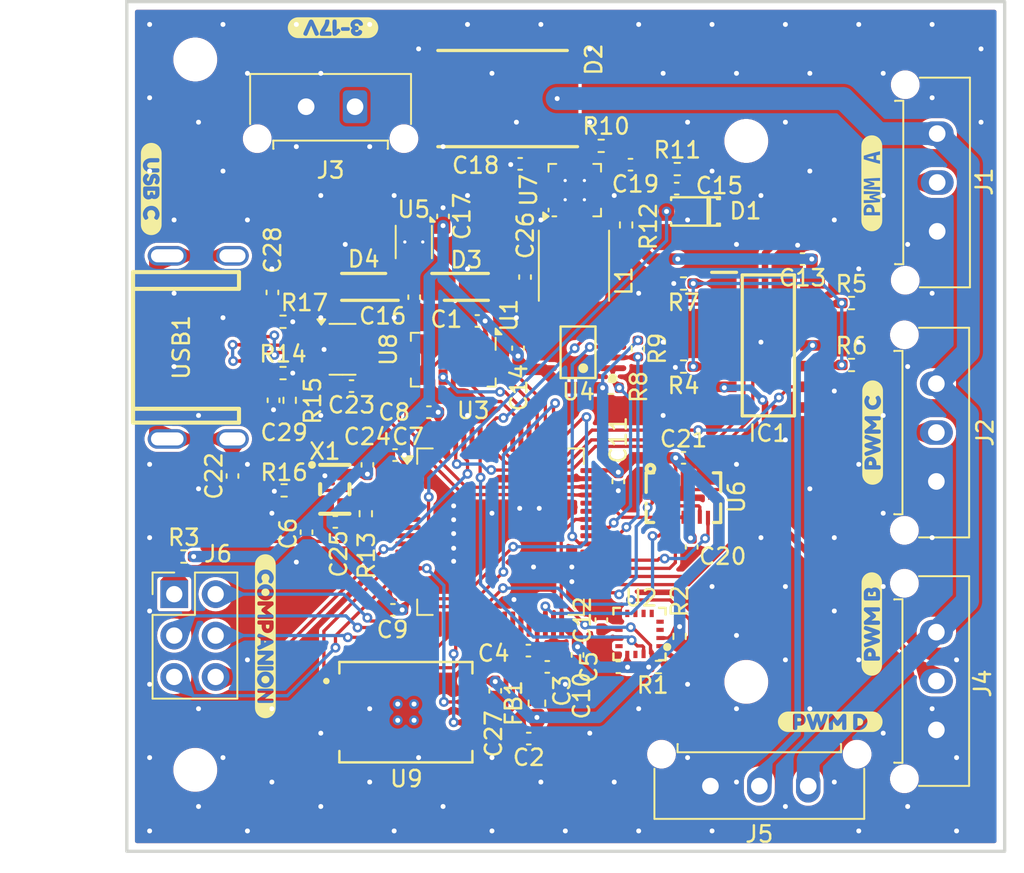
<source format=kicad_pcb>
(kicad_pcb (version 20240108) (generator "pcbnew") (generator_version "8.0")
  (layers (0 "F.Cu" mixed) (31 "B.Cu" mixed) (34 "B.Paste" user) (35 "F.Paste" user) (36 "B.SilkS" user "B.Silkscreen") (37 "F.SilkS" user "F.Silkscreen") (38 "B.Mask" user) (39 "F.Mask" user) (44 "Edge.Cuts" user))
  (net 0 "")
  (net 1 "+3.3V")
  (net 2 "HSE_IN")
  (net 3 "Net-(U2-CAP)")
  (net 4 "+3.3VA")
  (net 5 "nRST")
  (net 6 "Net-(USB1-EH)")
  (net 7 "VBUS")
  (net 8 "VBAT+")
  (net 9 "SERVO_A")
  (net 10 "SERVO_B")
  (net 11 "PWM_A")
  (net 12 "PWM_C")
  (net 13 "SERVO_C")
  (net 14 "PWM_B")
  (net 15 "PWM_D")
  (net 16 "SERVO_D")
  (net 17 "BCD")
  (net 18 "MMC5983MA_SDA")
  (net 19 "MMC5983MA_SCL")
  (net 20 "TMP275_SDA")
  (net 21 "TMP275_SCL")
  (net 22 "Net-(USB1-CC2)")
  (net 23 "Net-(USB1-CC1)")
  (net 24 "BOOT0")
  (net 25 "SWDIO")
  (net 26 "SWCLK")
  (net 27 "COMPANION_TX")
  (net 28 "COMPANION_RX")
  (net 35 "MMC5983MA_INT")
  (net 38 "MS5607_SCLK")
  (net 39 "MS5607_NSS")
  (net 40 "MS5607_MOSI")
  (net 41 "MS5607_MISO")
  (net 42 "W25Q_HOLD")
  (net 43 "W25Q_WP")
  (net 44 "W25Q_SCK")
  (net 45 "W25Q_NSS")
  (net 46 "W25Q_MOSI")
  (net 47 "W25Q_MISO")
  (net 48 "BMI088_MOSI")
  (net 49 "BMI088_ACCEL_INT")
  (net 50 "BMI088_SCLK")
  (net 51 "BMI088_MISO")
  (net 52 "BMI088_GYRO_INT")
  (net 53 "BMI088_GYRO_CS")
  (net 54 "BMI088_ACCEL_CS")
  (net 55 "USB_DP")
  (net 56 "D-")
  (net 57 "D+")
  (net 60 "BAT_LEVEL")
  (net 61 "VBAT-")
  (net 70 "Net-(D2-A)")
  (net 71 "USB_DN")
  (net 73 "/PWM_PD")
  (net 76 "Net-(U7-SS{slash}TR)")
  (net 77 "Net-(L1-Pad2)")
  (net 78 "Net-(U7-PG)")
  (net 82 "TMP275_ALERT")
  (net 86 "+5V")
  (net 87 "Net-(D3-K)")
  (footprint "EasyEDA:USB-C-SMD_TYPE-C3.1-02" (layer "F.Cu") (at 110.6425 55.27 -90)
    (property "Reference" "USB1")
    (property "Value" "C169130")
  )
  (footprint "Connector_PinHeader_2.54mm:PinHeader_2x03_P2.54mm_Vertical" (layer "F.Cu") (at 108.51 70.42)
    (property "Reference" "J6")
    (property "Value" "Conn_02x03_Counter_Clockwise")
  )
  (footprint "MountingHole:MountingHole_2.2mm_M2" (layer "F.Cu") (at 109.8 37.6)
    (property "Reference" "H1" (hide yes))
    (property "Value" "MountingHole")
  )
  (footprint "Package_LGA:LGA-8_3x5mm_P1.25mm" (layer "F.Cu") (at 125.625 56.025 -90)
    (property "Reference" "U1")
    (property "Value" "MS5607-02BA")
  )
  (footprint "Capacitor_SMD:C_0402_1005Metric_Pad0.74x0.62mm_HandSolder" (layer "F.Cu") (at 130.2325 73.8825 180)
    (property "Reference" "C4")
    (property "Value" "1uF")
  )
  (footprint "Capacitor_SMD:C_0402_1005Metric_Pad0.74x0.62mm_HandSolder" (layer "F.Cu") (at 139.332 45.5275 180)
    (property "Reference" "C15")
    (property "Value" "100nF")
  )
  (footprint "Resistor_SMD:R_0402_1005Metric_Pad0.72x0.64mm_HandSolder" (layer "F.Cu") (at 136.2295 47.7575 90)
    (property "Reference" "R12")
    (property "Value" "100k")
  )
  (footprint "Connector_Molex:Molex_Micro-Fit_3.0_43650-0215_1x02_P3.00mm_Vertical" (layer "F.Cu") (at 119.6 40.5 180)
    (property "Reference" "J3")
    (property "Value" "Molex Microfit")
  )
  (footprint "MountingHole:MountingHole_2.2mm_M2" (layer "F.Cu") (at 143.6 75.8)
    (property "Reference" "H4" (hide yes))
    (property "Value" "MountingHole")
  )
  (footprint "Capacitor_SMD:C_0402_1005Metric_Pad0.74x0.62mm_HandSolder" (layer "F.Cu") (at 118.3925 65.9825)
    (property "Reference" "C25")
    (property "Value" "10pF")
  )
  (footprint "Resistor_SMD:R_0402_1005Metric_Pad0.72x0.64mm_HandSolder" (layer "F.Cu") (at 120.26 65.48 -90)
    (property "Reference" "R13")
    (property "Value" "100k")
  )
  (footprint "Resistor_SMD:R_0402_1005Metric_Pad0.72x0.64mm_HandSolder" (layer "F.Cu") (at 139.7525 56.45 180)
    (property "Reference" "R4")
    (property "Value" "470R")
  )
  (footprint "kibuzzard-67AC9E05" (layer "F.Cu") (at 151.35 60.5 90)
    (property "Reference" "kibuzzard-67AC9E05" (hide yes))
    (property "Value" "G***" (hide yes))
  )
  (footprint "EasyEDA:VSSOP-8_L3.0-W3.0-P0.65-LS5.0-BL" (layer "F.Cu") (at 133.28 55.57 90)
    (property "Reference" "U4")
    (property "Value" "TMP275AIDGKR VSSOP8")
  )
  (footprint "Capacitor_SMD:C_0402_1005Metric" (layer "F.Cu") (at 139.75 62.05)
    (property "Reference" "C21")
    (property "Value" "100nF")
  )
  (footprint "Capacitor_SMD:C_0402_1005Metric_Pad0.74x0.62mm_HandSolder" (layer "F.Cu") (at 130.2575 79.2825 180)
    (property "Reference" "C2")
    (property "Value" "1uF")
  )
  (footprint "Capacitor_SMD:C_0402_1005Metric_Pad0.74x0.62mm_HandSolder" (layer "F.Cu") (at 114.5325 51.9 90)
    (property "Reference" "C28")
    (property "Value" "10uF")
  )
  (footprint "Capacitor_SMD:C_0402_1005Metric_Pad0.74x0.62mm_HandSolder" (layer "F.Cu") (at 125 47.2325 -90)
    (property "Reference" "C17")
    (property "Value" "2.2uF")
  )
  (footprint "MountingHole:MountingHole_2.2mm_M2" (layer "F.Cu") (at 109.8 81.2)
    (property "Reference" "H3" (hide yes))
    (property "Value" "MountingHole")
  )
  (footprint "EasyEDA:SOD-123_L2.8-W1.8-LS3.7-RD" (layer "F.Cu") (at 140.3995 46.9275 180)
    (property "Reference" "D1")
    (property "Value" "MMSZ4683T1G")
  )
  (footprint "Capacitor_SMD:C_0402_1005Metric_Pad0.74x0.62mm_HandSolder" (layer "F.Cu") (at 135.75 63.5 -90)
    (property "Reference" "C11")
    (property "Value" "100nF")
  )
  (footprint "kibuzzard-67AC9E5D" (layer "F.Cu") (at 118.25 35.65 180)
    (property "Reference" "kibuzzard-67AC9E5D" (hide yes))
    (property "Value" "G***" (hide yes))
  )
  (footprint "Resistor_SMD:R_0402_1005Metric_Pad0.72x0.64mm_HandSolder" (layer "F.Cu") (at 139.51 73.01 -90)
    (property "Reference" "R2")
    (property "Value" "4.7k")
  )
  (footprint "Samacsys:SODFL3616X98N" (layer "F.Cu") (at 120.1295 51.5575 180)
    (property "Reference" "D4")
    (property "Value" "NRVB120VLSFT1G" (hide yes))
  )
  (footprint "Package_DFN_QFN:VQFN-16-1EP_3x3mm_P0.5mm_EP1.68x1.68mm_ThermalVias" (layer "F.Cu") (at 133.0795 45.62 90)
    (property "Reference" "U7")
    (property "Value" "TPS62153")
  )
  (footprint "Capacitor_SMD:C_0402_1005Metric_Pad0.74x0.62mm_HandSolder" (layer "F.Cu") (at 135.75 74.9)
    (property "Reference" "C5")
    (property "Value" "1uF")
  )
  (footprint "Capacitor_SMD:C_0402_1005Metric_Pad0.74x0.62mm_HandSolder" (layer "F.Cu") (at 119.3825 57.65 180)
    (property "Reference" "C23")
    (property "Value" "10uF")
  )
  (footprint "Capacitor_SMD:C_0402_1005Metric_Pad0.74x0.62mm_HandSolder" (layer "F.Cu") (at 133.25 74.15 -90)
    (property "Reference" "C10")
    (property "Value" "100nF")
  )
  (footprint "Capacitor_SMD:C_0402_1005Metric_Pad0.74x0.62mm_HandSolder" (layer "F.Cu") (at 130.0295 50.9575 -90)
    (property "Reference" "C26")
    (property "Value" "22uF")
  )
  (footprint "kibuzzard-67AC9E80" (layer "F.Cu") (at 114.1 73 -90)
    (property "Reference" "kibuzzard-67AC9E80" (hide yes))
    (property "Value" "G***" (hide yes))
  )
  (footprint "Connector_Molex:Molex_Micro-Fit_3.0_43650-0315_1x03_P3.00mm_Vertical" (layer "F.Cu") (at 155.26 63.5 90)
    (property "Reference" "J2")
    (property "Value" "Molex Microfit")
  )
  (footprint "Inductor_SMD:L_Coilcraft_XxL4020" (layer "F.Cu") (at 133.0295 50.2575 90)
    (property "Reference" "L1")
    (property "Value" "2.2uH")
  )
  (footprint "Samacsys:DIOM7959X262N" (layer "F.Cu") (at 128.65 40 180)
    (property "Reference" "D2")
    (property "Value" "SS34" (hide yes))
  )
  (footprint "kibuzzard-67AC9E4A" (layer "F.Cu") (at 107.1 45.55 -90)
    (property "Reference" "kibuzzard-67AC9E4A" (hide yes))
    (property "Value" "G***" (hide yes))
  )
  (footprint "Resistor_SMD:R_0402_1005Metric_Pad0.72x0.64mm_HandSolder" (layer "F.Cu") (at 109.1025 68.11)
    (property "Reference" "R3")
    (property "Value" "10k")
  )
  (footprint "Resistor_SMD:R_0402_1005Metric_Pad0.72x0.64mm_HandSolder" (layer "F.Cu") (at 139.75 51.35 180)
    (property "Reference" "R7")
    (property "Value" "470R")
  )
  (footprint "Capacitor_SMD:C_0402_1005Metric_Pad0.74x0.62mm_HandSolder" (layer "F.Cu") (at 124.1325 59.25 180)
    (property "Reference" "C8")
    (property "Value" "100nF")
  )
  (footprint "EasyEDA:OSC-SMD_4P-L2.0-W1.6-BL_1XXD" (layer "F.Cu") (at 118.36 63.9825 -90)
    (property "Reference" "X1")
    (property "Value" "1XXD32000MBA")
  )
  (footprint "Package_QFP:LQFP-64_10x10mm_P0.5mm" (layer "F.Cu") (at 128.525 66.5825)
    (property "Reference" "U3")
    (property "Value" "STM32G431RBTx")
  )
  (footprint "Connector_Molex:Molex_Micro-Fit_3.0_43650-0315_1x03_P3.00mm_Vertical" (layer "F.Cu") (at 155.31 48.15 90)
    (property "Reference" "J1")
    (property "Value" "Molex Microfit")
  )
  (footprint "Capacitor_SMD:C_0402_1005Metric" (layer "F.Cu") (at 140.25 67.52 -90)
    (property "Reference" "C20")
    (property "Value" "100nF")
  )
  (footprint "Capacitor_SMD:C_0402_1005Metric_Pad0.74x0.62mm_HandSolder" (layer "F.Cu") (at 120.36 62.4825 90)
    (property "Reference" "C24")
    (property "Value" "100nF")
  )
  (footprint "Resistor_SMD:R_0402_1005Metric_Pad0.72x0.64mm_HandSolder" (layer "F.Cu") (at 115.590876 58.52 -90)
    (property "Reference" "R15")
    (property "Value" "10k")
  )
  (footprint "Capacitor_SMD:C_0402_1005Metric_Pad0.74x0.62mm_HandSolder" (layer "F.Cu") (at 134.71 72.01 90)
    (property "Reference" "C12")
    (property "Value" "10uF")
  )
  (footprint "Capacitor_SMD:C_0402_1005Metric_Pad0.74x0.62mm_HandSolder" (layer "F.Cu") (at 114.6 58.5175 -90)
    (property "Reference" "C29")
    (property "Value" "10uF")
  )
  (footprint "Connector_Molex:Molex_Micro-Fit_3.0_43650-0315_1x03_P3.00mm_Vertical" (layer "F.Cu") (at 141.4 82.2)
    (property "Reference" "J5")
    (property "Value" "Molex Microfit")
  )
  (footprint "Package_SON:WSON-6-1EP_2x2mm_P0.65mm_EP1x1.6mm_ThermalVias" (layer "F.Cu") (at 123.2045 48.8025 -90)
    (property "Reference" "U5")
    (property "Value" "LP5912Q3.3DRVRQ1")
  )
  (footprint "Connector_Molex:Molex_Micro-Fit_3.0_43650-0315_1x03_P3.00mm_Vertical" (layer "F.Cu") (at 155.26 78.75 90)
    (property "Reference" "J4")
    (property "Value" "Molex Microfit")
  )
  (footprint "Capacitor_SMD:C_0402_1005Metric_Pad0.74x0.62mm_HandSolder" (layer "F.Cu") (at 136.497 44.0575 180)
    (property "Reference" "C19")
    (property "Value" "3.3pF")
  )
  (footprint "Capacitor_SMD:C_0402_1005Metric_Pad0.74x0.62mm_HandSolder" (layer "F.Cu") (at 121.925 71.3825 180)
    (property "Reference" "C9")
    (property "Value" "100nF")
  )
  (footprint "Resistor_SMD:R_0402_1005Metric" (layer "F.Cu") (at 135.3 57.75)
    (property "Reference" "R8")
    (property "Value" "2.2k")
  )
  (footprint "MountingHole:MountingHole_2.2mm_M2" (layer "F.Cu") (at 143.6 42.6)
    (property "Reference" "H2" (hide yes))
    (property "Value" "MountingHole")
  )
  (footprint "Resistor_SMD:R_0402_1005Metric_Pad0.72x0.64mm_HandSolder" (layer "F.Cu") (at 138.21 74.8925 180)
    (property "Reference" "R1")
    (property "Value" "4.7k")
  )
  (footprint "Resistor_SMD:R_0402_1005Metric_Pad0.72x0.64mm_HandSolder" (layer "F.Cu") (at 115.25 64.05 180)
    (property "Reference" "R16")
    (property "Value" "22k")
  )
  (footprint "EasyEDA:LGA-16_L3.0-W3.0-P0.50-BL_SQ" (layer "F.Cu") (at 137.05 72.86 90)
    (property "Reference" "U2")
    (property "Value" "MMC5983MA")
  )
  (footprint "EasyEDA:WSON-8_L8.0-W6.10-P1.27-BL-EP" (layer "F.Cu") (at 122.72 77.6625 -90)
    (property "Reference" "U9")
    (property "Value" "W25Q256JVEIQTR")
  )
  (footprint "Capacitor_SMD:C_0402_1005Metric_Pad0.74x0.62mm_HandSolder" (layer "F.Cu") (at 129.7295 44.0075)
    (property "Reference" "C18")
    (property "Value" "10uF")
  )
  (footprint "Capacitor_SMD:C_0402_1005Metric_Pad0.74x0.62mm_HandSolder" (layer "F.Cu") (at 128.2 76.35 -90)
    (property "Reference" "C27")
    (property "Value" "100nF")
  )
  (footprint "Capacitor_SMD:C_0402_1005Metric_Pad0.74x0.62mm_HandSolder" (layer "F.Cu") (at 131.3925 74.8825)
    (property "Reference" "C3")
    (property "Value" "10nF")
  )
  (footprint "kibuzzard-67AC9DCF" (layer "F.Cu") (at 151.3 72.25 90)
    (property "Reference" "kibuzzard-67AC9DCF" (hide yes))
    (property "Value" "G***" (hide yes))
  )
  (footprint "kibuzzard-67AC9E3B" (layer "F.Cu") (at 148.75 78.25)
    (property "Reference" "kibuzzard-67AC9E3B" (hide yes))
    (property "Value" "G***" (hide yes))
  )
  (footprint "Resistor_SMD:R_0402_1005Metric_Pad0.72x0.64mm_HandSolder" (layer "F.Cu") (at 150.0525 52.55)
    (property "Reference" "R5")
    (property "Value" "470R")
  )
  (footprint "Resistor_SMD:R_0402_1005Metric_Pad0.72x0.64mm_HandSolder" (layer "F.Cu") (at 139.367 44.3275)
    (property "Reference" "R11")
    (property "Value" "47k")
  )
  (footprint "Inductor_SMD:L_0603_1608Metric_Pad1.05x0.95mm_HandSolder" (layer "F.Cu") (at 130.7575 77.1075 90)
    (property "Reference" "FB1")
    (property "Value" "100R")
  )
  (footprint "EasyEDA:LGA-16_L4.5-W3.0-P0.50-BL" (layer "F.Cu") (at 139.75 64.5 -90)
    (property "Reference" "U6")
    (property "Value" "BMI088")
  )
  (footprint "Samacsys:SOIC127P600X175-14N" (layer "F.Cu") (at 144.9525 55.15)
    (property "Reference" "IC1")
    (property "Value" "SN74HCT125DR" (hide yes))
  )
  (footprint "kibuzzard-67AC9DAB" (layer "F.Cu") (at 151.3 45.2 90)
    (property "Reference" "kibuzzard-67AC9DAB" (hide yes))
    (property "Value" "G***" (hide yes))
  )
  (footprint "Capacitor_SMD:C_0402_1005Metric_Pad0.74x0.62mm_HandSolder" (layer "F.Cu") (at 147.0525 49.85 180)
    (property "Reference" "C13")
    (property "Value" "100uF")
  )
  (footprint "Resistor_SMD:R_0402_1005Metric_Pad0.72x0.64mm_HandSolder" (layer "F.Cu") (at 134.7 42.9)
    (property "Reference" "R10")
    (property "Value" "10k")
  )
  (footprint "Capacitor_SMD:C_0402_1005Metric_Pad0.74x0.62mm_HandSolder" (layer "F.Cu") (at 116.625 66.615 -90)
    (property "Reference" "C6")
    (property "Value" "100nF")
  )
  (footprint "Capacitor_SMD:C_0402_1005Metric" (layer "F.Cu") (at 129.6 55.32 -90)
    (property "Reference" "C14")
    (property "Value" "100nF")
  )
  (footprint "Resistor_SMD:R_0402_1005Metric_Pad0.72x0.64mm_HandSolder" (layer "F.Cu") (at 115.1825 56.85)
    (property "Reference" "R14")
    (property "Value" "5.1k")
  )
  (footprint "Package_TO_SOT_SMD:SOT-23-6" (layer "F.Cu") (at 118.8325 55.3875)
    (property "Reference" "U8")
    (property "Value" "USBLC6-2SC6")
  )
  (footprint "Samacsys:SODFL3616X98N" (layer "F.Cu") (at 126.4295 51.5575)
    (property "Reference" "D3")
    (property "Value" "NRVB120VLSFT1G" (hide yes))
  )
  (footprint "Capacitor_SMD:C_0402_1005Metric" (layer "F.Cu") (at 127.1 53.65)
    (property "Reference" "C1")
    (property "Value" "100nF")
  )
  (footprint "Resistor_SMD:R_0402_1005Metric" (layer "F.Cu") (at 136.95 55.35 -90)
    (property "Reference" "R9")
    (property "Value" "2.2k")
  )
  (footprint "Capacitor_SMD:C_0402_1005Metric_Pad0.74x0.62mm_HandSolder" (layer "F.Cu") (at 123.2295 52.19 -90)
    (property "Reference" "C16")
    (property "Value" "100uF")
  )
  (footprint "Resistor_SMD:R_0402_1005Metric_Pad0.72x0.64mm_HandSolder" (layer "F.Cu") (at 150.0525 56.35)
    (property "Reference" "R6")
    (property "Value" "470R")
  )
  (footprint "Capacitor_SMD:C_0402_1005Metric_Pad0.74x0.62mm_HandSolder" (layer "F.Cu") (at 112.0825 63.1675 -90)
    (property "Reference" "C22")
    (property "Value" "1nF")
  )
  (footprint "Capacitor_SMD:C_0402_1005Metric_Pad0.74x0.62mm_HandSolder" (layer "F.Cu") (at 122.0575 61.8825 180)
    (property "Reference" "C7")
    (property "Value" "100nF")
  )
  (footprint "Resistor_SMD:R_0402_1005Metric_Pad0.72x0.64mm_HandSolder" (layer "F.Cu") (at 115.1825 53.7)
    (property "Reference" "R17")
    (property "Value" "5.1k")
  )
  (gr_rect (start 105.6 34.05) (end 159.45 86.2) (stroke (width 0.2)) (fill none) (layer "Edge.Cuts"))
  (segment (start 129.6 55.8) (end 129.6 56.079999) (width 0.7) (layer "F.Cu") (net 1))
  (segment (start 133.25 73.0325) (end 132.475 72.2575) (width 0.7) (layer "F.Cu") (net 1))
  (segment (start 132.28 57.75) (end 134.79 57.75) (width 0.7) (layer "F.Cu") (net 1))
  (segment (start 130.140001 56.62) (end 131.15 56.62) (width 0.7) (layer "F.Cu") (net 1))
  (segment (start 136.2775 74.86) (end 136.2775 74.1425) (width 0.2) (layer "F.Cu") (net 1))
  (segment (start 136.6325 62.05) (end 139.27 62.05) (width 0.7) (layer "F.Cu") (net 1))
  (segment (start 133.25 73.5825) (end 133.25 73.0325) (width 0.7) (layer "F.Cu") (net 1))
  (segment (start 130.7575 77.9825) (end 130.7575 79.215) (width 0.2) (layer "F.Cu") (net 1))
  (segment (start 137.605 74.9) (end 137.6125 74.8925) (width 0.7) (layer "F.Cu") (net 1))
  (segment (start 124.7 60.8325) (end 124.775 60.9075) (width 0.2) (layer "F.Cu") (net 1))
  (segment (start 122.85 71.025) (end 122.4925 71.3825) (width 0.2) (layer "F.Cu") (net 1))
  (segment (start 122.625 61.8825) (end 122.625 62.6075) (width 0.2) (layer "F.Cu") (net 1))
  (segment (start 136.3175 74.9) (end 137.605 74.9) (width 0.7) (layer "F.Cu") (net 1))
  (segment (start 139.27 62.05) (end 139.27 63.28) (width 0.2) (layer "F.Cu") (net 1))
  (segment (start 123.9695 47.8) (end 123.8545 47.915) (width 0.2) (layer "F.Cu") (net 1))
  (segment (start 129.6 56.079999) (end 130.140001 56.62) (width 0.7) (layer "F.Cu") (net 1))
  (segment (start 132.275 72.2575) (end 132.275 71.325) (width 0.2) (layer "F.Cu") (net 1))
  (segment (start 127.58 53.65) (end 127.58 54.87) (width 0.2) (layer "F.Cu") (net 1))
  (segment (start 135.75 62.9325) (end 136.6325 62.05) (width 0.7) (layer "F.Cu") (net 1))
  (segment (start 138.8125 73.11) (end 138.31 73.11) (width 0.2) (layer "F.Cu") (net 1))
  (segment (start 131.523529 70.568147) (end 130.981853 70.568147) (width 0.2) (layer "F.Cu") (net 1))
  (segment (start 118.96 63.0825) (end 120.3275 63.0825) (width 0.2) (layer "F.Cu") (net 1))
  (segment (start 132.1 71.144618) (end 131.523529 70.568147) (width 0.2) (layer "F.Cu") (net 1))
  (segment (start 131.15 56.62) (end 132.28 57.75) (width 0.7) (layer "F.Cu") (net 1))
  (segment (start 130.275 71.275) (end 130.275 72.2575) (width 0.2) (layer "F.Cu") (net 1))
  (segment (start 122.85 70.3325) (end 122.85 71.025) (width 0.2) (layer "F.Cu") (net 1))
  (segment (start 132.6 72.5825) (end 132.275 72.2575) (width 0.2) (layer "F.Cu") (net 1))
  (segment (start 132.1 71.15) (end 132.1 71.144618) (width 0.2) (layer "F.Cu") (net 1))
  (segment (start 132.275 71.325) (end 132.1 71.15) (width 0.2) (layer "F.Cu") (net 1))
  (segment (start 126.75 75.7525) (end 128.2925 75.7525) (width 0.2) (layer "F.Cu") (net 1))
  (segment (start 139.51 72.4125) (end 138.8125 73.11) (width 0.2) (layer "F.Cu") (net 1))
  (segment (start 140.25 67.04) (end 140.25 65.7) (width 0.2) (layer "F.Cu") (net 1))
  (segment (start 130.981853 70.568147) (end 130.275 71.275) (width 0.2) (layer "F.Cu") (net 1))
  (segment (start 122.625 62.6075) (end 122.85 62.8325) (width 0.2) (layer "F.Cu") (net 1))
  (segment (start 134.2 62.8325) (end 135.65 62.8325) (width 0.2) (layer "F.Cu") (net 1))
  (segment (start 134.2 62.8325) (end 135.865 62.8325) (width 0.2) (layer "F.Cu") (net 1))
  (segment (start 124.7 59.25) (end 124.7 60.8325) (width 0.2) (layer "F.Cu") (net 1))
  (via (at 120.36 63.05) (size 0.6) (drill 0.3) (layers "F.Cu" "B.Cu") (net 1))
  (via (at 136.95 54.84) (size 0.6) (drill 0.3) (layers "F.Cu" "B.Cu") (net 1))
  (via (at 139.27 62.05) (size 0.6) (drill 0.3) (layers "F.Cu" "B.Cu") (net 1))
  (via (at 122.625 61.8825) (size 0.6) (drill 0.3) (layers "F.Cu" "B.Cu") (net 1))
  (via (at 127.58 53.65) (size 0.6) (drill 0.3) (layers "F.Cu" "B.Cu") (net 1))
  (via (at 133.25 73.65) (size 0.6) (drill 0.3) (layers "F.Cu" "B.Cu") (net 1))
  (via (at 139.51 72.4125) (size 0.6) (drill 0.3) (layers "F.Cu" "B.Cu") (net 1))
  (via (at 109.7 68.11) (size 0.6) (drill 0.3) (layers "F.Cu" "B.Cu") (net 1))
  (via (at 135.75 62.9325) (size 0.6) (drill 0.3) (layers "F.Cu" "B.Cu") (net 1))
  (via (at 130.7575 77.9825) (size 0.6) (drill 0.3) (layers "F.Cu" "B.Cu") (net 1))
  (via (at 134.79 57.75) (size 0.6) (drill 0.3) (layers "F.Cu" "B.Cu") (net 1))
  (via (at 140.182881 66.972881) (size 0.6) (drill 0.3) (layers "F.Cu" "B.Cu") (net 1))
  (via (at 129.6 55.8) (size 0.6) (drill 0.3) (layers "F.Cu" "B.Cu") (net 1))
  (via (at 136.3175 74.9) (size 0.6) (drill 0.3) (layers "F.Cu" "B.Cu") (net 1))
  (via (at 125 47.8) (size 0.6) (drill 0.3) (layers "F.Cu" "B.Cu") (net 1))
  (via (at 122.4925 71.3825) (size 0.6) (drill 0.3) (layers "F.Cu" "B.Cu") (net 1))
  (via (at 137.6125 74.8925) (size 0.6) (drill 0.3) (layers "F.Cu" "B.Cu") (net 1))
  (via (at 128.2 75.7825) (size 0.6) (drill 0.3) (layers "F.Cu" "B.Cu") (net 1))
  (via (at 124.7 59.25) (size 0.6) (drill 0.3) (layers "F.Cu" "B.Cu") (net 1))
  (segment (start 119.85 62.8) (end 120.11 62.8) (width 0.7) (layer "B.Cu") (net 1))
  (segment (start 122.1825 71.3825) (end 122.4925 71.3825) (width 0.7) (layer "B.Cu") (net 1))
  (segment (start 136.3175 74.9) (end 137.1 74.9) (width 0.7) (layer "B.Cu") (net 1))
  (segment (start 120.11 62.8) (end 120.36 63.05) (width 0.7) (layer "B.Cu") (net 1))
  (segment (start 127.04 53.11) (end 127.58 53.65) (width 0.7) (layer "B.Cu") (net 1))
  (segment (start 128.2 75.8) (end 128.2 75.7825) (width 0.7) (layer "B.Cu") (net 1))
  (segment (start 116.725 65.925) (end 117.475 66.675) (width 0.7) (layer "B.Cu") (net 1))
  (segment (start 124.15 58.5) (end 119.85 62.8) (width 0.7) (layer "B.Cu") (net 1))
  (segment (start 122.625 60.225) (end 122.625 61.05) (width 0.7) (layer "B.Cu") (net 1))
  (segment (start 114.54 68.11) (end 109.7 68.11) (width 0.7) (layer "B.Cu") (net 1))
  (segment (start 139.51 71.8) (end 139.51 72.4125) (width 0.7) (layer "B.Cu") (net 1))
  (segment (start 129.6 55.67) (end 129.6 55.8) (width 0.7) (layer "B.Cu") (net 1))
  (segment (start 118.35 64.3) (end 116.725 65.925) (width 0.7) (layer "B.Cu") (net 1))
  (segment (start 124.15 51) (end 124.15 58.7) (width 0.7) (layer "B.Cu") (net 1))
  (segment (start 122.625 61.35) (end 122.625 61.8825) (width 0.7) (layer "B.Cu") (net 1))
  (segment (start 123.9 59.25) (end 124.7 59.25) (width 0.7) (layer "B.Cu") (net 1))
  (segment (start 134.79 57.75) (end 134.79 57) (width 0.2) (layer "B.Cu") (net 1))
  (segment (start 132.4 77.9825) (end 130.7575 77.9825) (width 0.7) (layer "B.Cu") (net 1))
  (segment (start 134.5 74.9) (end 133.25 73.65) (width 0.7) (layer "B.Cu") (net 1))
  (segment (start 134.79 57) (end 136.95 54.84) (width 0.2) (layer "B.Cu") (net 1))
  (segment (start 124.15 51) (end 124.15 58.5) (width 0.7) (layer "B.Cu") (net 1))
  (segment (start 116.725 65.925) (end 116 66.65) (width 0.7) (layer "B.Cu") (net 1))
  (segment (start 120.36 62.49) (end 120.36 63.05) (width 0.7) (layer "B.Cu") (net 1))
  (segment (start 125 47.8) (end 125 50.15) (width 0.7) (layer "B.Cu") (net 1))
  (segment (start 139.51 69.89) (end 139.51 71.8) (width 0.7) (layer "B.Cu") (net 1))
  (segment (start 141.925 67.475) (end 139.51 69.89) (width 0.7) (layer "B.Cu") (net 1))
  (segment (start 121.5 61.35) (end 120.36 62.49) (width 0.7) (layer "B.Cu") (net 1))
  (segment (start 125 51.07) (end 127.04 53.11) (width 0.7) (layer "B.Cu") (net 1))
  (segment (start 117.3 66.5) (end 117.3 65.35) (width 0.7) (layer "B.Cu") (net 1))
  (segment (start 137.605 74.9) (end 138.8025 73.7025) (width 0.7) (layer "B.Cu") (net 1))
  (segment (start 139.27 62.05) (end 139.635 62.415) (width 0.7) (layer "B.Cu") (net 1))
  (segment (start 116.15 66.5) (end 116 66.65) (width 0.7) (layer "B.Cu") (net 1))
  (segment (start 121.85 61) (end 120.36 62.49) (width 0.7) (layer "B.Cu") (net 1))
  (segment (start 122.625 61.775) (end 122.625 61.8825) (width 0.7) (layer "B.Cu") (net 1))
  (segment (start 137.8775 74.6275) (end 137.6125 74.8925) (width 0.7) (layer "B.Cu") (net 1))
  (segment (start 134.79 61.9725) (end 135.75 62.9325) (width 0.7) (layer "B.Cu") (net 1))
  (segment (start 141.925 64.705) (end 141.925 67.475) (width 0.7) (layer "B.Cu") (net 1))
  (segment (start 139.51 71.8) (end 139.51 72.995) (width 0.7) (layer "B.Cu") (net 1))
  (segment (start 124.15 58.7) (end 124.7 59.25) (width 0.7) (layer "B.Cu") (net 1))
  (segment (start 122.625 60.525) (end 123.9 59.25) (width 0.7) (layer "B.Cu") (net 1))
  (segment (start 122.625 61.35) (end 121.5 61.35) (width 0.7) (layer "B.Cu") (net 1))
  (segment (start 137.1 74.9) (end 134.5 74.9) (width 0.7) (layer "B.Cu") (net 1))
  (segment (start 124.15 51) (end 125 50.15) (width 0.7) (layer "B.Cu") (net 1))
  (segment (start 117.475 66.675) (end 122.1825 71.3825) (width 0.7) (layer "B.Cu") (net 1))
  (segment (start 139.635 62.415) (end 141.925 64.705) (width 0.7) (layer "B.Cu") (net 1))
  (segment (start 123.75 59.1) (end 122.625 60.225) (width 0.7) (layer "B.Cu") (net 1))
  (segment (start 122.625 61.05) (end 122.625 61.35) (width 0.7) (layer "B.Cu") (net 1))
  (segment (start 137.8775 74.6275) (end 134.5225 77.9825) (width 0.7) (layer "B.Cu") (net 1))
  (segment (start 121.85 61) (end 122.625 61.775) (width 0.7) (layer "B.Cu") (net 1))
  (segment (start 138.8025 73.7025) (end 137.8775 74.6275) (width 0.7) (layer "B.Cu") (net 1))
  (segment (start 117.475 66.675) (end 117.3 66.5) (width 0.7) (layer "B.Cu") (net 1))
  (segment (start 123.75 59.1) (end 123.9 59.25) (width 0.7) (layer "B.Cu") (net 1))
  (segment (start 119.85 62.8) (end 118.35 64.3) (width 0.7) (layer "B.Cu") (net 1))
  (segment (start 122.625 61.05) (end 122.625 60.525) (width 0.7) (layer "B.Cu") (net 1))
  (segment (start 139.635 62.415) (end 140.1 62.88) (width 0.7) (layer "B.Cu") (net 1))
  (segment (start 130.3825 77.9825) (end 128.2 75.8) (width 0.7) (layer "B.Cu") (net 1))
  (segment (start 137.1 74.9) (end 137.605 74.9) (width 0.7) (layer "B.Cu") (net 1))
  (segment (start 134.5225 77.9825) (end 132.4 77.9825) (width 0.7) (layer "B.Cu") (net 1))
  (segment (start 117.3 66.5) (end 116.15 66.5) (width 0.7) (layer "B.Cu") (net 1))
  (segment (start 117.3 65.35) (end 118.35 64.3) (width 0.7) (layer "B.Cu") (net 1))
  (segment (start 140.1 62.88) (end 140.1 66.89) (width 0.7) (layer "B.Cu") (net 1))
  (segment (start 125 50.15) (end 125 51.07) (width 0.7) (layer "B.Cu") (net 1))
  (segment (start 127.04 53.11) (end 129.6 55.67) (width 0.7) (layer "B.Cu") (net 1))
  (segment (start 127.04 53.11) (end 127.29 53.36) (width 0.7) (layer "B.Cu") (net 1))
  (segment (start 124.15 58.7) (end 123.75 59.1) (width 0.7) (layer "B.Cu") (net 1))
  (segment (start 116 66.65) (end 114.54 68.11) (width 0.7) (layer "B.Cu") (net 1))
  (segment (start 132.4 77.9825) (end 130.3825 77.9825) (width 0.7) (layer "B.Cu") (net 1))
  (segment (start 124.4 58.95) (end 124.7 59.25) (width 0.2) (layer "B.Cu") (net 1))
  (segment (start 139.51 72.995) (end 138.8025 73.7025) (width 0.7) (layer "B.Cu") (net 1))
  (segment (start 122.625 60.225) (end 121.85 61) (width 0.7) (layer "B.Cu") (net 1))
  (segment (start 140.1 66.89) (end 140.182881 66.972881) (width 0.7) (layer "B.Cu") (net 1))
  (segment (start 134.79 57.75) (end 134.79 61.9725) (width 0.7) (layer "B.Cu") (net 1))
  (segment (start 118.96 64.8825) (end 120.26 64.8825) (width 0.2) (layer "F.Cu") (net 2))
  (segment (start 120.26 64.8825) (end 122.8 64.8825) (width 0.2) (layer "F.Cu") (net 2))
  (segment (start 118.96 65.9825) (end 118.96 64.8825) (width 0.2) (layer "F.Cu") (net 2))
  (segment (start 135.7575 72.5775) (end 135.79 72.61) (width 0.2) (layer "F.Cu") (net 3))
  (segment (start 134.71 72.5775) (end 135.7575 72.5775) (width 0.2) (layer "F.Cu") (net 3))
  (segment (start 130.825 74.8825) (end 130.825 73.9075) (width 0.2) (layer "F.Cu") (net 4))
  (segment (start 130.775 72.2575) (end 130.775 73.8575) (width 0.2) (layer "F.Cu") (net 4))
  (segment (start 130.7575 76.2325) (end 130.7575 74.95) (width 0.2) (layer "F.Cu") (net 4))
  (segment (start 122.04259 65.8325) (end 122.85 65.8325) (width 0.2) (layer "F.Cu") (net 5))
  (segment (start 120.69259 67.1825) (end 122.04259 65.8325) (width 0.2) (layer "F.Cu") (net 5))
  (segment (start 116.625 67.1825) (end 120.69259 67.1825) (width 0.2) (layer "F.Cu") (net 5))
  (segment (start 109.4325 67.1825) (end 116.625 67.1825) (width 0.2) (layer "F.Cu") (net 5))
  (segment (start 108.505 68.11) (end 109.4325 67.1825) (width 0.2) (layer "F.Cu") (net 5))
  (segment (start 108.51 70.42) (end 108.51 68.115) (width 0.2) (layer "F.Cu") (net 5))
  (segment (start 108.0825 49.65) (end 112.0825 49.65) (width 0.2) (layer "F.Cu") (net 6))
  (segment (start 112.0825 60.89) (end 112.0825 62.6) (width 0.2) (layer "F.Cu") (net 6))
  (segment (start 108.0825 60.89) (end 112.0825 60.89) (width 0.2) (layer "F.Cu") (net 6))
  (segment (start 106.85 59.6575) (end 106.85 50.8825) (width 0.2) (layer "F.Cu") (net 6))
  (segment (start 106.85 50.8825) (end 108.0825 49.65) (width 0.2) (layer "F.Cu") (net 6))
  (segment (start 108.0825 60.89) (end 106.85 59.6575) (width 0.2) (layer "F.Cu") (net 6))
  (segment (start 119.307501 55.3875) (end 119.97 55.3875) (width 0.2) (layer "F.Cu") (net 7))
  (segment (start 114.21 57.86) (end 113.2025 57.86) (width 0.4) (layer "F.Cu") (net 7))
  (segment (start 115.590876 57.9225) (end 118.5425 57.9225) (width 0.4) (layer "F.Cu") (net 7))
  (segment (start 118.815 57.65) (end 118.815 55.880001) (width 0.2) (layer "F.Cu") (net 7))
  (segment (start 118.815 55.880001) (end 119.307501 55.3875) (width 0.2) (layer "F.Cu") (net 7))
  (segment (start 118.9875 55.3875) (end 119.97 55.3875) (width 0.4) (layer "F.Cu") (net 7))
  (segment (start 115.590876 57.9225) (end 114.6275 57.9225) (width 0.4) (layer "F.Cu") (net 7))
  (segment (start 114.3 57.95) (end 114.21 57.86) (width 0.4) (layer "F.Cu") (net 7))
  (segment (start 114.6 57.95) (end 114.3 57.95) (width 0.4) (layer "F.Cu") (net 7))
  (segment (start 118.815 51.743) (end 118.815 56.85) (width 0.4) (layer "F.Cu") (net 7))
  (segment (start 118.5425 57.9225) (end 118.815 57.65) (width 0.4) (layer "F.Cu") (net 7))
  (segment (start 118.815 56.85) (end 118.815 57.65) (width 0.4) (layer "F.Cu") (net 7))
  (via (at 132 40) (size 0.6) (drill 0.3) (layers "F.Cu" "B.Cu") (net 8))
  (segment (start 157.22 55.54) (end 155.26 57.5) (width 1.4) (layer "B.Cu") (net 8))
  (segment (start 157.17 70.84) (end 155.26 72.75) (width 1.4) (layer "B.Cu") (net 8))
  (segment (start 157.17 59.41) (end 157.17 70.84) (width 1.4) (layer "B.Cu") (net 8))
  (segment (start 147.4 80.61) (end 147.4 82.2) (width 1.4) (layer "B.Cu") (net 8))
  (segment (start 155.31 42.15) (end 151.7 42.15) (width 1.4) (layer "B.Cu") (net 8))
  (segment (start 151.7 42.15) (end 149.55 40) (width 1.4) (layer "B.Cu") (net 8))
  (segment (start 155.31 42.15) (end 157.22 44.06) (width 1.4) (layer "B.Cu") (net 8))
  (segment (start 155.26 72.75) (end 147.4 80.61) (width 1.4) (layer "B.Cu") (net 8))
  (segment (start 149.55 40) (end 132 40) (width 1.4) (layer "B.Cu") (net 8))
  (segment (start 155.26 57.5) (end 157.17 59.41) (width 1.4) (layer "B.Cu") (net 8))
  (segment (start 157.22 44.06) (end 157.22 55.54) (width 1.4) (layer "B.Cu") (net 8))
  (segment (start 144.75 49.5) (end 149.1 45.15) (width 0.4) (layer "F.Cu") (net 9))
  (segment (start 144.75 51.808) (end 144.75 49.5) (width 0.4) (layer "F.Cu") (net 9))
  (segment (start 142.678 53.88) (end 144.75 51.808) (width 0.4) (layer "F.Cu") (net 9))
  (segment (start 149.1 45.15) (end 155.31 45.15) (width 0.4) (layer "F.Cu") (net 9))
  (segment (start 144.6 58.5) (end 144.75 58.65) (width 0.4) (layer "F.Cu") (net 10))
  (segment (start 144.75 65.24) (end 155.26 75.75) (width 0.4) (layer "F.Cu") (net 10))
  (segment (start 144.75 58.65) (end 144.75 65.24) (width 0.4) (layer "F.Cu") (net 10))
  (via (at 142.25 57.75) (size 0.6) (drill 0.3) (layers "F.Cu" "B.Cu") (net 10))
  (via (at 144.6 58.5) (size 0.6) (drill 0.3) (layers "F.Cu" "B.Cu") (net 10))
  (segment (start 142.25 57.75) (end 143.85 57.75) (width 0.4) (layer "B.Cu") (net 10))
  (segment (start 143.85 57.75) (end 144.6 58.5) (width 0.4) (layer "B.Cu") (net 10))
  (segment (start 127.775 60.10009) (end 127.775 60.9075) (width 0.2) (layer "F.Cu") (net 11))
  (segment (start 133.075736 55.325736) (end 133.075736 55.325735) (width 0.2) (layer "F.Cu") (net 11))
  (segment (start 128.275825 59.599265) (end 127.775 60.10009) (width 0.2) (layer "F.Cu") (net 11))
  (segment (start 135.791471 52.61) (end 142.2405 52.61) (width 0.2) (layer "F.Cu") (net 11))
  (segment (start 133.075736 55.325735) (end 135.791471 52.61) (width 0.2) (layer "F.Cu") (net 11))
  (segment (start 128.700735 59.599265) (end 128.275825 59.599265) (width 0.2) (layer "F.Cu") (net 11))
  (via (at 128.700735 59.599265) (size 0.6) (drill 0.3) (layers "F.Cu" "B.Cu") (net 11))
  (via (at 133.075736 55.325736) (size 0.6) (drill 0.3) (layers "F.Cu" "B.Cu") (net 11))
  (segment (start 133.075736 55.325736) (end 128.802207 59.599265) (width 0.2) (layer "B.Cu") (net 11))
  (segment (start 128.802207 59.599265) (end 128.700735 59.599265) (width 0.2) (layer "B.Cu") (net 11))
  (segment (start 147.6645 57.69) (end 146.26 57.69) (width 0.2) (layer "F.Cu") (net 12))
  (segment (start 129.04259 61.9825) (end 128.775 61.71491) (width 0.2) (layer "F.Cu") (net 12))
  (segment (start 146.26 57.69) (end 145.6 58.35) (width 0.2) (layer "F.Cu") (net 12))
  (segment (start 132.50741 61.9825) (end 129.04259 61.9825) (width 0.2) (layer "F.Cu") (net 12))
  (segment (start 128.775 61.71491) (end 128.775 60.9075) (width 0.2) (layer "F.Cu") (net 12))
  (segment (start 134.13991 60.35) (end 132.50741 61.9825) (width 0.2) (layer "F.Cu") (net 12))
  (segment (start 140.65 60.35) (end 134.13991 60.35) (width 0.2) (layer "F.Cu") (net 12))
  (via (at 140.65 60.35) (size 0.6) (drill 0.3) (layers "F.Cu" "B.Cu") (net 12))
  (via (at 145.6 58.35) (size 0.6) (drill 0.3) (layers "F.Cu" "B.Cu") (net 12))
  (segment (start 143.6 60.35) (end 145.6 58.35) (width 0.2) (layer "B.Cu") (net 12))
  (segment (start 140.65 60.35) (end 143.6 60.35) (width 0.2) (layer "B.Cu") (net 12))
  (segment (start 155.26 60.5) (end 149.2045 60.5) (width 0.4) (layer "F.Cu") (net 13))
  (segment (start 149.2045 60.5) (end 147.6645 58.96) (width 0.4) (layer "F.Cu") (net 13))
  (segment (start 128.876904 62.3825) (end 128.275 61.780596) (width 0.2) (layer "F.Cu") (net 14))
  (segment (start 142.555 55.15) (end 143.45 56.045) (width 0.2) (layer "F.Cu") (net 14))
  (segment (start 128.275 61.780596) (end 128.275 60.9075) (width 0.2) (layer "F.Cu") (net 14))
  (segment (start 132.673096 62.3825) (end 128.876904 62.3825) (width 0.2) (layer "F.Cu") (net 14))
  (segment (start 143.45 56.045) (end 143.45 59.3) (width 0.2) (layer "F.Cu") (net 14))
  (segment (start 134.105596 60.95) (end 132.673096 62.3825) (width 0.2) (layer "F.Cu") (net 14))
  (segment (start 141.8 60.95) (end 134.105596 60.95) (width 0.2) (layer "F.Cu") (net 14))
  (segment (start 143.45 59.3) (end 141.8 60.95) (width 0.2) (layer "F.Cu") (net 14))
  (segment (start 125.775 62.36638) (end 125.775 60.9075) (width 0.2) (layer "F.Cu") (net 15))
  (segment (start 144 57.127) (end 147.247 53.88) (width 0.2) (layer "F.Cu") (net 15))
  (segment (start 144 59.5) (end 144 57.127) (width 0.2) (layer "F.Cu") (net 15))
  (segment (start 132.9 62.8) (end 134.35 61.35) (width 0.2) (layer "F.Cu") (net 15))
  (segment (start 134.35 61.35) (end 142.15 61.35) (width 0.2) (layer "F.Cu") (net 15))
  (segment (start 142.15 61.35) (end 144 59.5) (width 0.2) (layer "F.Cu") (net 15))
  (segment (start 127.957702 62.8) (end 132.9 62.8) (width 0.2) (layer "F.Cu") (net 15))
  (segment (start 125.841075 62.432455) (end 125.775 62.36638) (width 0.2) (layer "F.Cu") (net 15))
  (segment (start 127.952904 62.795202) (end 127.957702 62.8) (width 0.2) (layer "F.Cu") (net 15))
  (via (at 127.952904 62.795202) (size 0.6) (drill 0.3) (layers "F.Cu" "B.Cu") (net 15))
  (via (at 125.841075 62.432455) (size 0.6) (drill 0.3) (layers "F.Cu" "B.Cu") (net 15))
  (segment (start 127.952904 62.795202) (end 127.686231 62.795202) (width 0.2) (layer "B.Cu") (net 15))
  (segment (start 127.686231 62.795202) (end 127.323484 62.432455) (width 0.2) (layer "B.Cu") (net 15))
  (segment (start 127.323484 62.432455) (end 125.841075 62.432455) (width 0.2) (layer "B.Cu") (net 15))
  (via (at 147.6645 55.15) (size 0.6) (drill 0.3) (layers "F.Cu" "B.Cu") (net 16))
  (segment (start 146.75 79) (end 144.4 81.35) (width 0.4) (layer "B.Cu") (net 16))
  (segment (start 144.4 81.35) (end 144.4 82.2) (width 0.4) (layer "B.Cu") (net 16))
  (segment (start 147.6645 55.15) (end 146.75 56.0645) (width 0.4) (layer "B.Cu") (net 16))
  (segment (start 146.75 56.0645) (end 146.75 79) (width 0.4) (layer "B.Cu") (net 16))
  (segment (start 115.85 59.395) (end 115.85 64.0475) (width 0.2) (layer "F.Cu") (net 17))
  (segment (start 122.04259 63.3325) (end 122.85 63.3325) (width 0.2) (layer "F.Cu") (net 17))
  (segment (start 115.8475 64.05) (end 121.32509 64.05) (width 0.2) (layer "F.Cu") (net 17))
  (segment (start 121.32509 64.05) (end 122.04259 63.3325) (width 0.2) (layer "F.Cu") (net 17))
  (segment (start 132.25 70.830418) (end 133.709791 72.290209) (width 0.2) (layer "F.Cu") (net 18))
  (segment (start 136.619075 72.449386) (end 136.513732 72.449386) (width 0.2) (layer "F.Cu") (net 18))
  (segment (start 138.035 74.12) (end 138.8075 74.8925) (width 0.2) (layer "F.Cu") (net 18))
  (segment (start 137.8 74.12) (end 137.725 74.045) (width 0.2) (layer "F.Cu") (net 18))
  (segment (start 133.1175 65.8325) (end 132.25 66.7) (width 0.2) (layer "F.Cu") (net 18))
  (segment (start 134.2 65.8325) (end 133.1175 65.8325) (width 0.2) (layer "F.Cu") (net 18))
  (segment (start 132.25 66.7) (end 132.25 70.830418) (width 0.2) (layer "F.Cu") (net 18))
  (segment (start 137.725 73.555311) (end 136.619075 72.449386) (width 0.2) (layer "F.Cu") (net 18))
  (segment (start 137.725 74.045) (end 137.725 73.555311) (width 0.2) (layer "F.Cu") (net 18))
  (segment (start 137.8 74.12) (end 138.035 74.12) (width 0.2) (layer "F.Cu") (net 18))
  (via (at 136.513732 72.449386) (size 0.6) (drill 0.3) (layers "F.Cu" "B.Cu") (net 18))
  (via (at 133.709791 72.290209) (size 0.6) (drill 0.3) (layers "F.Cu" "B.Cu") (net 18))
  (segment (start 136.513732 72.449386) (end 133.868968 72.449386) (width 0.2) (layer "B.Cu") (net 18))
  (segment (start 133.868968 72.449386) (end 133.709791 72.290209) (width 0.2) (layer "B.Cu") (net 18))
  (segment (start 138.31 73.61) (end 139.5075 73.61) (width 0.2) (layer "F.Cu") (net 19))
  (segment (start 128.67509 70.05) (end 127.275 71.45009) (width 0.2) (layer "F.Cu") (net 19))
  (segment (start 127.275 71.45009) (end 127.275 72.2575) (width 0.2) (layer "F.Cu") (net 19))
  (segment (start 138.925735 70.775735) (end 140.13 71.98) (width 0.2) (layer "F.Cu") (net 19))
  (segment (start 136.525735 70.775735) (end 138.925735 70.775735) (width 0.2) (layer "F.Cu") (net 19))
  (segment (start 140.13 71.98) (end 140.13 72.9875) (width 0.2) (layer "F.Cu") (net 19))
  (segment (start 140.13 72.9875) (end 139.51 73.6075) (width 0.2) (layer "F.Cu") (net 19))
  (via (at 136.525735 70.775735) (size 0.6) (drill 0.3) (layers "F.Cu" "B.Cu") (net 19))
  (via (at 128.67509 70.05) (size 0.6) (drill 0.3) (layers "F.Cu" "B.Cu") (net 19))
  (segment (start 136.525735 70.775735) (end 136.26897 71.0325) (width 0.2) (layer "B.Cu") (net 19))
  (segment (start 133.0325 71.0325) (end 132.05 70.05) (width 0.2) (layer "B.Cu") (net 19))
  (segment (start 132.05 70.05) (end 128.67509 70.05) (width 0.2) (layer "B.Cu") (net 19))
  (segment (start 136.26897 71.0325) (end 133.0325 71.0325) (width 0.2) (layer "B.Cu") (net 19))
  (segment (start 135.471591 66.036935) (end 135.176026 66.3325) (width 0.2) (layer "F.Cu") (net 20))
  (segment (start 135.41 56.55) (end 135.41 57.35) (width 0.2) (layer "F.Cu") (net 20))
  (segment (start 135.176026 66.3325) (end 134.2 66.3325) (width 0.2) (layer "F.Cu") (net 20))
  (segment (start 135.41 57.35) (end 135.81 57.75) (width 0.2) (layer "F.Cu") (net 20))
  (via (at 135.81 57.75) (size 0.6) (drill 0.3) (layers "F.Cu" "B.Cu") (net 20))
  (via (at 135.471591 66.036935) (size 0.6) (drill 0.3) (layers "F.Cu" "B.Cu") (net 20))
  (segment (start 136.5 65.008526) (end 136.5 58.44) (width 0.2) (layer "B.Cu") (net 20))
  (segment (start 135.471591 66.036935) (end 136.5 65.008526) (width 0.2) (layer "B.Cu") (net 20))
  (segment (start 136.5 58.44) (end 135.81 57.75) (width 0.2) (layer "B.Cu") (net 20))
  (segment (start 136.246552 66.3) (end 135.714052 66.8325) (width 0.2) (layer "F.Cu") (net 21))
  (segment (start 135.41 55.89) (end 136.92 55.89) (width 0.2) (layer "F.Cu") (net 21))
  (segment (start 135.714052 66.8325) (end 134.2 66.8325) (width 0.2) (layer "F.Cu") (net 21))
  (via (at 136.95 55.86) (size 0.6) (drill 0.3) (layers "F.Cu" "B.Cu") (net 21))
  (via (at 136.246552 66.3) (size 0.6) (drill 0.3) (layers "F.Cu" "B.Cu") (net 21))
  (segment (start 136.95 65.596552) (end 136.95 55.86) (width 0.2) (layer "B.Cu") (net 21))
  (segment (start 136.246552 66.3) (end 136.95 65.596552) (width 0.2) (layer "B.Cu") (net 21))
  (segment (start 114.585 57.1) (end 113.2125 57.1) (width 0.2) (layer "F.Cu") (net 22))
  (segment (start 113.2025 54.11) (end 114.175 54.11) (width 0.2) (layer "F.Cu") (net 23))
  (segment (start 114.175 54.11) (end 114.585 53.7) (width 0.2) (layer "F.Cu") (net 23))
  (segment (start 113.5 75.5) (end 121.35 67.65) (width 0.2) (layer "F.Cu") (net 24))
  (segment (start 126.275 60.9075) (end 126.275 62.017851) (width 0.2) (layer "F.Cu") (net 24))
  (segment (start 126.5 62.242851) (end 126.5 63.032455) (width 0.2) (layer "F.Cu") (net 24))
  (segment (start 126.275 62.017851) (end 126.5 62.242851) (width 0.2) (layer "F.Cu") (net 24))
  (segment (start 111.05 75.5) (end 113.5 75.5) (width 0.2) (layer "F.Cu") (net 24))
  (via (at 126.5 63.032455) (size 0.6) (drill 0.3) (layers "F.Cu" "B.Cu") (net 24))
  (via (at 121.35 67.65) (size 0.6) (drill 0.3) (layers "F.Cu" "B.Cu") (net 24))
  (segment (start 126.5 63.032455) (end 121.882455 67.65) (width 0.2) (layer "B.Cu") (net 24))
  (segment (start 121.882455 67.65) (end 121.35 67.65) (width 0.2) (layer "B.Cu") (net 24))
  (segment (start 120.556807 72.06681) (end 120.356807 71.86681) (width 0.2) (layer "F.Cu") (net 25))
  (segment (start 129.3 67.508614) (end 126.108614 70.7) (width 0.2) (layer "F.Cu") (net 25))
  (segment (start 133.6325 59.55) (end 133.8 59.55) (width 0.2) (layer "F.Cu") (net 25))
  (segment (start 124.459404 70.7) (end 123.092594 72.06681) (width 0.2) (layer "F.Cu") (net 25))
  (segment (start 123.092594 72.06681) (end 120.556807 72.06681) (width 0.2) (layer "F.Cu") (net 25))
  (segment (start 132.275 60.9075) (end 133.6325 59.55) (width 0.2) (layer "F.Cu") (net 25))
  (segment (start 126.108614 70.7) (end 124.459404 70.7) (width 0.2) (layer "F.Cu") (net 25))
  (via (at 129.3 67.508614) (size 0.6) (drill 0.3) (layers "F.Cu" "B.Cu") (net 25))
  (via (at 120.356807 71.86681) (size 0.6) (drill 0.3) (layers "F.Cu" "B.Cu") (net 25))
  (via (at 133.8 59.55) (size 0.6) (drill 0.3) (layers "F.Cu" "B.Cu") (net 25))
  (segment (start 120.356807 71.86681) (end 118.909997 70.42) (width 0.2) (layer "B.Cu") (net 25))
  (segment (start 129.3 67.508614) (end 133.439915 67.508614) (width 0.2) (layer "B.Cu") (net 25))
  (segment (start 133.8 67.148529) (end 133.8 59.55) (width 0.2) (layer "B.Cu") (net 25))
  (segment (start 118.909997 70.42) (end 111.05 70.42) (width 0.2) (layer "B.Cu") (net 25))
  (segment (start 133.439915 67.508614) (end 133.8 67.148529) (width 0.2) (layer "B.Cu") (net 25))
  (segment (start 124.54259 71.1825) (end 123.25828 72.46681) (width 0.2) (layer "F.Cu") (net 26))
  (segment (start 123.25828 72.46681) (end 119.756807 72.46681) (width 0.2) (layer "F.Cu") (net 26))
  (segment (start 131.775 60.9075) (end 131.775 58.795783) (width 0.2) (layer "F.Cu") (net 26))
  (segment (start 126.5675 71.1825) (end 124.54259 71.1825) (width 0.2) (layer "F.Cu") (net 26))
  (segment (start 128.7 69.05) (end 126.5675 71.1825) (width 0.2) (layer "F.Cu") (net 26))
  (segment (start 131.775 58.795783) (end 131.874322 58.696461) (width 0.2) (layer "F.Cu") (net 26))
  (via (at 119.756807 72.46681) (size 0.6) (drill 0.3) (layers "F.Cu" "B.Cu") (net 26))
  (via (at 128.7 69.05) (size 0.6) (drill 0.3) (layers "F.Cu" "B.Cu") (net 26))
  (via (at 131.874322 58.696461) (size 0.6) (drill 0.3) (layers "F.Cu" "B.Cu") (net 26))
  (segment (start 128.7 61.870783) (end 131.874322 58.696461) (width 0.2) (layer "B.Cu") (net 26))
  (segment (start 119.039997 71.75) (end 109.72 71.75) (width 0.2) (layer "B.Cu") (net 26))
  (segment (start 109.72 71.75) (end 108.51 72.96) (width 0.2) (layer "B.Cu") (net 26))
  (segment (start 119.756807 72.46681) (end 119.039997 71.75) (width 0.2) (layer "B.Cu") (net 26))
  (segment (start 128.7 69.05) (end 128.7 61.870783) (width 0.2) (layer "B.Cu") (net 26))
  (segment (start 122.04259 69.3325) (end 122.85 69.3325) (width 0.2) (layer "F.Cu") (net 27))
  (segment (start 118.4 73.7) (end 118.4 72.97509) (width 0.2) (layer "F.Cu") (net 27))
  (segment (start 118.4 72.97509) (end 122.04259 69.3325) (width 0.2) (layer "F.Cu") (net 27))
  (via (at 118.4 73.7) (size 0.6) (drill 0.3) (layers "F.Cu" "B.Cu") (net 27))
  (segment (start 115.45 76.65) (end 118.4 73.7) (width 0.2) (layer "B.Cu") (net 27))
  (segment (start 108.51 75.5) (end 109.66 76.65) (width 0.2) (layer "B.Cu") (net 27))
  (segment (start 109.66 76.65) (end 115.45 76.65) (width 0.2) (layer "B.Cu") (net 27))
  (segment (start 119.15681 73.06681) (end 123.96569 73.06681) (width 0.2) (layer "F.Cu") (net 28))
  (segment (start 123.96569 73.06681) (end 124.775 72.2575) (width 0.2) (layer "F.Cu") (net 28))
  (via (at 119.15681 73.06681) (size 0.6) (drill 0.3) (layers "F.Cu" "B.Cu") (net 28))
  (segment (start 119.05 72.96) (end 111.05 72.96) (width 0.2) (layer "B.Cu") (net 28))
  (segment (start 119.15681 73.06681) (end 119.05 72.96) (width 0.2) (layer "B.Cu") (net 28))
  (segment (start 127.275 63.2325) (end 127.275 60.9075) (width 0.2) (layer "F.Cu") (net 35))
  (segment (start 136.91616 73.595) (end 137.225 73.595) (width 0.2) (layer "F.Cu") (net 35))
  (segment (start 127.3 63.2575) (end 127.275 63.2325) (width 0.2) (layer "F.Cu") (net 35))
  (segment (start 137.3 73.67) (end 137.3 74.12) (width 0.2) (layer "F.Cu") (net 35))
  (segment (start 136.56866 73.2475) (end 136.91616 73.595) (width 0.2) (layer "F.Cu") (net 35))
  (segment (start 137.225 73.595) (end 137.3 73.67) (width 0.2) (layer "F.Cu") (net 35))
  (via (at 136.56866 73.2475) (size 0.6) (drill 0.3) (layers "F.Cu" "B.Cu") (net 35))
  (via (at 127.3 63.2575) (size 0.6) (drill 0.3) (layers "F.Cu" "B.Cu") (net 35))
  (segment (start 127.3 69.8) (end 127.3 63.2575) (width 0.2) (layer "B.Cu") (net 35))
  (segment (start 130.55 73.05) (end 127.3 69.8) (width 0.2) (layer "B.Cu") (net 35))
  (segment (start 136.37116 73.05) (end 130.55 73.05) (width 0.2) (layer "B.Cu") (net 35))
  (segment (start 136.56866 73.2475) (end 136.37116 73.05) (width 0.2) (layer "B.Cu") (net 35))
  (segment (start 127.5 57.1) (end 128.85 57.1) (width 0.2) (layer "F.Cu") (net 38))
  (segment (start 130.775 59.025) (end 130.775 60.9075) (width 0.2) (layer "F.Cu") (net 38))
  (segment (start 128.85 57.1) (end 130.775 59.025) (width 0.2) (layer "F.Cu") (net 38))
  (segment (start 131.275 60.9075) (end 131.275 58.725) (width 0.2) (layer "F.Cu") (net 39))
  (segment (start 128.45 55.9) (end 124.95 55.9) (width 0.2) (layer "F.Cu") (net 39))
  (segment (start 131.275 58.725) (end 128.45 55.9) (width 0.2) (layer "F.Cu") (net 39))
  (segment (start 123.75 54.95) (end 123.75 57.1) (width 0.2) (layer "F.Cu") (net 39))
  (segment (start 124.95 55.9) (end 123.75 57.1) (width 0.2) (layer "F.Cu") (net 39))
  (segment (start 128.55 58.6) (end 129.775 59.825) (width 0.2) (layer "F.Cu") (net 40))
  (segment (start 126.25 57.1) (end 127.75 58.6) (width 0.2) (layer "F.Cu") (net 40))
  (segment (start 127.75 58.6) (end 128.55 58.6) (width 0.2) (layer "F.Cu") (net 40))
  (segment (start 129.775 59.825) (end 129.775 60.9075) (width 0.2) (layer "F.Cu") (net 40))
  (segment (start 128.8 58) (end 130.275 59.475) (width 0.2) (layer "F.Cu") (net 41))
  (segment (start 128.5 58) (end 128.8 58) (width 0.2) (layer "F.Cu") (net 41))
  (segment (start 130.275 59.475) (end 130.275 60.9075) (width 0.2) (layer "F.Cu") (net 41))
  (via (at 128.5 58) (size 0.6) (drill 0.3) (layers "F.Cu" "B.Cu") (net 41))
  (via (at 125 57.1) (size 0.6) (drill 0.3) (layers "F.Cu" "B.Cu") (net 41))
  (segment (start 125.9 58) (end 125 57.1) (width 0.2) (layer "B.Cu") (net 41))
  (segment (start 128.5 58) (end 125.9 58) (width 0.2) (layer "B.Cu") (net 41))
  (segment (start 124 68.8325) (end 122.85 68.8325) (width 0.2) (layer "F.Cu") (net 42))
  (segment (start 126.75 77.0325) (end 125.05 77.0325) (width 0.2) (layer "F.Cu") (net 42))
  (via (at 125.05 77.0325) (size 0.6) (drill 0.3) (layers "F.Cu" "B.Cu") (net 42))
  (via (at 124 68.8325) (size 0.6) (drill 0.3) (layers "F.Cu" "B.Cu") (net 42))
  (segment (start 125.05 77.0325) (end 125.05 69.8825) (width 0.2) (layer "B.Cu") (net 42))
  (segment (start 125.05 69.8825) (end 124 68.8325) (width 0.2) (layer "B.Cu") (net 42))
  (segment (start 118.69 78.2925) (end 117.69 77.2925) (width 0.2) (layer "F.Cu") (net 43))
  (segment (start 117.69 72.68509) (end 122.04259 68.3325) (width 0.2) (layer "F.Cu") (net 43))
  (segment (start 117.69 77.2925) (end 117.69 72.68509) (width 0.2) (layer "F.Cu") (net 43))
  (segment (start 122.04259 68.3325) (end 122.85 68.3325) (width 0.2) (layer "F.Cu") (net 43))
  (segment (start 125.650735 74.083235) (end 125.775 73.95897) (width 0.2) (layer "F.Cu") (net 44))
  (segment (start 125.66 78.2925) (end 125.65 78.2825) (width 0.2) (layer "F.Cu") (net 44))
  (segment (start 125.775 73.95897) (end 125.775 72.2575) (width 0.2) (layer "F.Cu") (net 44))
  (segment (start 126.75 78.2925) (end 125.66 78.2925) (width 0.2) (layer "F.Cu") (net 44))
  (via (at 125.65 78.2825) (size 0.6) (drill 0.3) (layers "F.Cu" "B.Cu") (net 44))
  (via (at 125.650735 74.083235) (size 0.6) (drill 0.3) (layers "F.Cu" "B.Cu") (net 44))
  (segment (start 125.65 78.2825) (end 125.65 74.08397) (width 0.2) (layer "B.Cu") (net 44))
  (segment (start 125.65 74.08397) (end 125.650735 74.083235) (width 0.2) (layer "B.Cu") (net 44))
  (segment (start 125.275 72.2575) (end 125.275 73.06491) (width 0.2) (layer "F.Cu") (net 45))
  (segment (start 119.91 74.5325) (end 118.69 75.7525) (width 0.2) (layer "F.Cu") (net 45))
  (segment (start 125.275 73.06491) (end 123.80741 74.5325) (width 0.2) (layer "F.Cu") (net 45))
  (segment (start 123.80741 74.5325) (end 119.91 74.5325) (width 0.2) (layer "F.Cu") (net 45))
  (segment (start 129.31 75.1425) (end 127.5 73.3325) (width 0.2) (layer "F.Cu") (net 46))
  (segment (start 127.198448 79.5625) (end 129.31 77.450948) (width 0.2) (layer "F.Cu") (net 46))
  (segment (start 129.31 77.450948) (end 129.31 75.1425) (width 0.2) (layer "F.Cu") (net 46))
  (segment (start 127.5 73.3325) (end 126.975 73.3325) (width 0.2) (layer "F.Cu") (net 46))
  (segment (start 126.975 73.3325) (end 126.775 73.1325) (width 0.2) (layer "F.Cu") (net 46))
  (segment (start 126.775 73.1325) (end 126.775 72.2575) (width 0.2) (layer "F.Cu") (net 46))
  (segment (start 118.69 77.0325) (end 120.79 74.9325) (width 0.2) (layer "F.Cu") (net 47))
  (segment (start 125.65 74.9325) (end 126.275 74.3075) (width 0.2) (layer "F.Cu") (net 47))
  (segment (start 126.275 74.3075) (end 126.275 72.2575) (width 0.2) (layer "F.Cu") (net 47))
  (segment (start 120.79 74.9325) (end 125.65 74.9325) (width 0.2) (layer "F.Cu") (net 47))
  (segment (start 141.25 65.7) (end 141.25 66.825) (width 0.2) (layer "F.Cu") (net 48))
  (segment (start 138.2675 68.2325) (end 138.1675 68.3325) (width 0.2) (layer "F.Cu") (net 48))
  (segment (start 138.591078 68.2325) (end 138.2675 68.2325) (width 0.2) (layer "F.Cu") (net 48))
  (segment (start 138.1675 68.3325) (end 134.2 68.3325) (width 0.2) (layer "F.Cu") (net 48))
  (segment (start 141.25 66.825) (end 141.075 67) (width 0.2) (layer "F.Cu") (net 48))
  (via (at 138.591078 68.2325) (size 0.6) (drill 0.3) (layers "F.Cu" "B.Cu") (net 48))
  (via (at 141.075 67) (size 0.6) (drill 0.3) (layers "F.Cu" "B.Cu") (net 48))
  (segment (start 141.075 67) (end 139.8425 68.2325) (width 0.2) (layer "B.Cu") (net 48))
  (segment (start 139.8425 68.2325) (end 138.591078 68.2325) (width 0.2) (layer "B.Cu") (net 48))
  (segment (start 135.7 70.3325) (end 135.8 70.4325) (width 0.2) (layer "F.Cu") (net 49))
  (segment (start 134.2 70.3325) (end 135.7 70.3325) (width 0.2) (layer "F.Cu") (net 49))
  (segment (start 137.84 64.81) (end 137.55 65.1) (width 0.2) (layer "F.Cu") (net 49))
  (segment (start 137.84 64.5) (end 137.84 64.81) (width 0.2) (layer "F.Cu") (net 49))
  (segment (start 137.84 63.71) (end 138.25 63.3) (width 0.2) (layer "F.Cu") (net 49))
  (segment (start 137.84 64.5) (end 137.84 63.71) (width 0.2) (layer "F.Cu") (net 49))
  (via (at 137.55 65.1) (size 0.6) (drill 0.3) (layers "F.Cu" "B.Cu") (net 49))
  (via (at 135.8 70.4325) (size 0.6) (drill 0.3) (layers "F.Cu" "B.Cu") (net 49))
  (segment (start 137.55 65.562238) (end 137.55 65.1) (width 0.2) (layer "B.Cu") (net 49))
  (segment (start 135.8 70.4325) (end 136.85 69.3825) (width 0.2) (layer "B.Cu") (net 49))
  (segment (start 136.85 69.3825) (end 136.85 66.262238) (width 0.2) (layer "B.Cu") (net 49))
  (segment (start 136.85 66.262238) (end 137.55 65.562238) (width 0.2) (layer "B.Cu") (net 49))
  (segment (start 141.675 67.525) (end 139.8675 69.3325) (width 0.2) (layer "F.Cu") (net 50))
  (segment (start 141.675 64.515) (end 141.675 67.525) (width 0.2) (layer "F.Cu") (net 50))
  (segment (start 139.8675 69.3325) (end 134.2 69.3325) (width 0.2) (layer "F.Cu") (net 50))
  (segment (start 135.983186 65.7) (end 135.115686 64.8325) (width 0.2) (layer "F.Cu") (net 51))
  (segment (start 138.25 65.7) (end 135.983186 65.7) (width 0.2) (layer "F.Cu") (net 51))
  (segment (start 140.675 65) (end 138.325 65) (width 0.2) (layer "F.Cu") (net 51))
  (segment (start 140.75 65.7) (end 140.75 65.075) (width 0.2) (layer "F.Cu") (net 51))
  (segment (start 135.115686 64.8325) (end 134.2 64.8325) (width 0.2) (layer "F.Cu") (net 51))
  (segment (start 138.25 65.075) (end 138.25 65.7) (width 0.2) (layer "F.Cu") (net 51))
  (segment (start 140.75 65.075) (end 140.675 65) (width 0.2) (layer "F.Cu") (net 51))
  (segment (start 138.325 65) (end 138.25 65.075) (width 0.2) (layer "F.Cu") (net 51))
  (segment (start 139.25 65.7) (end 139.25 68.480686) (width 0.2) (layer "F.Cu") (net 52))
  (segment (start 139.75 65.7) (end 139.25 65.7) (width 0.2) (layer "F.Cu") (net 52))
  (segment (start 139.25 68.480686) (end 138.898186 68.8325) (width 0.2) (layer "F.Cu") (net 52))
  (segment (start 138.898186 68.8325) (end 134.2 68.8325) (width 0.2) (layer "F.Cu") (net 52))
  (segment (start 142.285 64) (end 140.325 64) (width 0.2) (layer "F.Cu") (net 53))
  (segment (start 140.0675 69.8325) (end 142.85 67.05) (width 0.2) (layer "F.Cu") (net 53))
  (segment (start 142.85 64.565) (end 142.285 64) (width 0.2) (layer "F.Cu") (net 53))
  (segment (start 140.325 64) (end 140.25 63.925) (width 0.2) (layer "F.Cu") (net 53))
  (segment (start 142.85 67.05) (end 142.85 64.565) (width 0.2) (layer "F.Cu") (net 53))
  (segment (start 140.25 63.925) (end 140.25 63.3) (width 0.2) (layer "F.Cu") (net 53))
  (segment (start 134.2 69.8325) (end 140.0675 69.8325) (width 0.2) (layer "F.Cu") (net 53))
  (segment (start 138.75 66.325) (end 138.75 65.7) (width 0.2) (layer "F.Cu") (net 54))
  (segment (start 138.225 66.85) (end 138.75 66.325) (width 0.2) (layer "F.Cu") (net 54))
  (segment (start 137.85 66.85) (end 138.225 66.85) (width 0.2) (layer "F.Cu") (net 54))
  (segment (start 131.275 71.168147) (end 131.275 72.2575) (width 0.2) (layer "F.Cu") (net 54))
  (via (at 137.85 66.85) (size 0.6) (drill 0.3) (layers "F.Cu" "B.Cu") (net 54))
  (via (at 131.275 71.168147) (size 0.6) (drill 0.3) (layers "F.Cu" "B.Cu") (net 54))
  (segment (start 136.55 71.6) (end 131.706853 71.6) (width 0.2) (layer "B.Cu") (net 54))
  (segment (start 137.85 66.85) (end 137.85 70.3) (width 0.2) (layer "B.Cu") (net 54))
  (segment (start 137.85 70.3) (end 136.55 71.6) (width 0.2) (layer "B.Cu") (net 54))
  (segment (start 131.706853 71.6) (end 131.275 71.168147) (width 0.2) (layer "B.Cu") (net 54))
  (segment (start 133.012499 63.8575) (end 133.037499 63.8325) (width 0.2) (layer "F.Cu") (net 55))
  (segment (start 121.0575 55.1625) (end 121.6807 55.1625) (width 0.2) (layer "F.Cu") (net 55))
  (segment (start 122.325 59.76491) (end 126.41759 63.8575) (width 0.2) (layer "F.Cu") (net 55))
  (segment (start 133.037499 63.8325) (end 134.2 63.8325) (width 0.2) (layer "F.Cu") (net 55))
  (segment (start 126.41759 63.8575) (end 133.012499 63.8575) (width 0.2) (layer "F.Cu") (net 55))
  (segment (start 122.325 55.8068) (end 122.325 59.76491) (width 0.2) (layer "F.Cu") (net 55))
  (segment (start 121.6807 55.1625) (end 122.325 55.8068) (width 0.2) (layer "F.Cu") (net 55))
  (segment (start 120.3325 54.4375) (end 121.0575 55.1625) (width 0.2) (layer "F.Cu") (net 55))
  (segment (start 116.455 55.585) (end 117.22 56.35) (width 0.2) (layer "F.Cu") (net 56))
  (segment (start 114.8 55.585) (end 114.95 55.585) (width 0.2) (layer "F.Cu") (net 56))
  (segment (start 114.065001 55.61) (end 114.090001 55.585) (width 0.2) (layer "F.Cu") (net 56))
  (segment (start 114.65 55.735) (end 114.8 55.585) (width 0.2) (layer "F.Cu") (net 56))
  (segment (start 114.65 54.535) (end 114.575 54.61) (width 0.2) (layer "F.Cu") (net 56))
  (segment (start 114.090001 55.585) (end 114.95 55.585) (width 0.2) (layer "F.Cu") (net 56))
  (segment (start 114.95 55.585) (end 116.455 55.585) (width 0.2) (layer "F.Cu") (net 56))
  (segment (start 113.2025 55.61) (end 114.065001 55.61) (width 0.2) (layer "F.Cu") (net 56))
  (segment (start 114.575 54.61) (end 113.2025 54.61) (width 0.2) (layer "F.Cu") (net 56))
  (via (at 114.65 55.735) (size 0.6) (drill 0.3) (layers "F.Cu" "B.Cu") (net 56))
  (via (at 114.65 54.535) (size 0.6) (drill 0.3) (layers "F.Cu" "B.Cu") (net 56))
  (segment (start 114.65 54.535) (end 114.65 55.735) (width 0.2) (layer "B.Cu") (net 56))
  (segment (start 112.1225 56.11) (end 113.2025 56.11) (width 0.2) (layer "F.Cu") (net 57))
  (segment (start 116.535 55.135) (end 117.22 54.45) (width 0.2) (layer "F.Cu") (net 57))
  (segment (start 113.2025 55.11) (end 114.065001 55.11) (width 0.2) (layer "F.Cu") (net 57))
  (segment (start 114.065001 55.11) (end 114.090001 55.135) (width 0.2) (layer "F.Cu") (net 57))
  (segment (start 112.0925 55.11) (end 113.2025 55.11) (width 0.2) (layer "F.Cu") (net 57))
  (segment (start 114.090001 55.135) (end 116.535 55.135) (width 0.2) (layer "F.Cu") (net 57))
  (via (at 112.1225 56.11) (size 0.6) (drill 0.3) (layers "F.Cu" "B.Cu") (net 57))
  (via (at 112.0925 55.11) (size 0.6) (drill 0.3) (layers "F.Cu" "B.Cu") (net 57))
  (segment (start 112.0925 56.08) (end 112.1225 56.11) (width 0.2) (layer "B.Cu") (net 57))
  (segment (start 112.0925 55.11) (end 112.0925 56.08) (width 0.2) (layer "B.Cu") (net 57))
  (segment (start 124.110783 66.379127) (end 123.65741 66.8325) (width 0.2) (layer "F.Cu") (net 60))
  (segment (start 135.2975 42.9) (end 137.342 42.9) (width 0.2) (layer "F.Cu") (net 60))
  (segment (start 124.123699 64.450934) (end 124.110783 64.46385) (width 0.2) (layer "F.Cu") (net 60))
  (segment (start 124.110783 64.46385) (end 124.110783 66.379127) (width 0.2) (layer "F.Cu") (net 60))
  (segment (start 138.7645 45.5275) (end 138.7645 46.8725) (width 0.2) (layer "F.Cu") (net 60))
  (segment (start 138.7695 44.3275) (end 138.7695 45.5225) (width 0.2) (layer "F.Cu") (net 60))
  (segment (start 137.342 42.9) (end 138.7695 44.3275) (width 0.2) (layer "F.Cu") (net 60))
  (segment (start 123.65741 66.8325) (end 122.85 66.8325) (width 0.2) (layer "F.Cu") (net 60))
  (via (at 124.123699 64.450934) (size 0.6) (drill 0.3) (layers "F.Cu" "B.Cu") (net 60))
  (via (at 138.7095 46.9275) (size 0.6) (drill 0.3) (layers "F.Cu" "B.Cu") (net 60))
  (segment (start 138.7095 48.7155) (end 138.7095 46.9275) (width 0.2) (layer "B.Cu") (net 60))
  (segment (start 124.123699 64.450934) (end 124.123699 63.301301) (width 0.2) (layer "B.Cu") (net 60))
  (segment (start 124.123699 63.301301) (end 138.7095 48.7155) (width 0.2) (layer "B.Cu") (net 60))
  (segment (start 134.2 63.3325) (end 135.015 63.3325) (width 0.2) (layer "F.Cu") (net 61))
  (segment (start 123.2045 49.69) (end 123.2045 48.8025) (width 0.2) (layer "F.Cu") (net 61))
  (segment (start 146.75 49) (end 146.485 49.265) (width 0.4) (layer "F.Cu") (net 61))
  (segment (start 129.35 70.75) (end 129.775 71.175) (width 0.2) (layer "F.Cu") (net 61))
  (segment (start 129.775 71.175) (end 129.775 72.2575) (width 0.2) (layer "F.Cu") (net 61))
  (segment (start 135.015 63.3325) (end 135.75 64.0675) (width 0.2) (layer "F.Cu") (net 61))
  (segment (start 146.485 49.265) (end 146.485 49.85) (width 0.4) (layer "F.Cu") (net 61))
  (via (at 122 45.95) (size 0.6) (drill 0.3) (layers "F.Cu" "B.Cu") (net 61))
  (via (at 146 74.45) (size 0.6) (drill 0.3) (layers "F.Cu" "B.Cu") (net 61))
  (via (at 146.75 49) (size 0.6) (drill 0.3) (layers "F.Cu" "B.Cu") (net 61))
  (via (at 140 80.45) (size 0.6) (drill 0.3) (layers "F.Cu" "B.Cu") (net 61))
  (via (at 107 62.45) (size 0.6) (drill 0.3) (layers "F.Cu" "B.Cu") (net 61))
  (via (at 153.5 56.45) (size 0.6) (drill 0.3) (layers "F.Cu" "B.Cu") (net 61))
  (via (at 113 47.45) (size 0.6) (drill 0.3) (layers "F.Cu" "B.Cu") (net 61))
  (via (at 132.5 75.95) (size 0.6) (drill 0.3) (layers "F.Cu" "B.Cu") (net 61))
  (via (at 116 35.45) (size 0.6) (drill 0.3) (layers "F.Cu" "B.Cu") (net 61))
  (via (at 152 38.45) (size 0.6) (drill 0.3) (layers "F.Cu" "B.Cu") (net 61))
  (via (at 146 83.45) (size 0.6) (drill 0.3) (layers "F.Cu" "B.Cu") (net 61))
  (via (at 119 48.95) (size 0.6) (drill 0.3) (layers "F.Cu" "B.Cu") (net 61))
  (via (at 115.78 53.7) (size 0.6) (drill 0.3) (layers "F.Cu" "B.Cu") (net 61))
  (via (at 140 75.95) (size 0.6) (drill 0.3) (layers "F.Cu" "B.Cu") (net 61))
  (via (at 123.5 36.95) (size 0.6) (drill 0.3) (layers "F.Cu" "B.Cu") (net 61))
  (via (at 107 75.95) (size 0.6) (drill 0.3) (layers "F.Cu" "B.Cu") (net 61))
  (via (at 155 51.95) (size 0.6) (drill 0.3) (layers "F.Cu" "B.Cu") (net 61))
  (via (at 108.5 51.95) (size 0.6) (drill 0.3) (layers "F.Cu" "B.Cu") (net 61))
  (via (at 134 36.95) (size 0.6) (drill 0.3) (layers "F.Cu" "B.Cu") (net 61))
  (via (at 110 59.45) (size 0.6) (drill 0.3) (layers "F.Cu" "B.Cu") (net 61))
  (via (at 125 83.45) (size 0.6) (drill 0.3) (layers "F.Cu" "B.Cu") (net 61))
  (via (at 125.65 68.4) (size 0.6) (drill 0.3) (layers "F.Cu" "B.Cu") (net 61))
  (via (at 107 66.95) (size 0.6) (drill 0.3) (layers "F.Cu" "B.Cu") (net 61))
  (via (at 150.5 84.95) (size 0.6) (drill 0.3) (layers "F.Cu" "B.Cu") (net 61))
  (via (at 155 39.95) (size 0.6) (drill 0.3) (layers "F.Cu" "B.Cu") (net 61))
  (via (at 122 53.45) (size 0.6) (drill 0.3) (layers "F.Cu" "B.Cu") (net 61))
  (via (at 111.5 80.45) (size 0.6) (drill 0.3) (layers "F.Cu" "B.Cu") (net 61))
  (via (at 158 41.45) (size 0.6) (drill 0.3) (layers "F.Cu" "B.Cu") (net 61))
  (via (at 137 77.45) (size 0.6) (drill 0.3) (layers "F.Cu" "B.Cu") (net 61))
  (via (at 117.5 53.45) (size 0.6) (drill 0.3) (layers "F.Cu" "B.Cu") (net 61))
  (via (at 149 57.95) (size 0.6) (drill 0.3) (layers "F.Cu" "B.Cu") (net 61))
  (via (at 149 66.95) (size 0.6) (drill 0.3) (layers "F.Cu" "B.Cu") (net 61))
  (via (at 132.5 84.95) (size 0.6) (drill 0.3) (layers "F.Cu" "B.Cu") (net 61))
  (via (at 120.5 81.95) (size 0.6) (drill 0.3) (layers "F.Cu" "B.Cu") (net 61))
  (via (at 150.5 54.95) (size 0.6) (drill 0.3) (layers "F.Cu" "B.Cu") (net 61))
  (via (at 107 39.95) (size 0.6) (drill 0.3) (layers "F.Cu" "B.Cu") (net 61))
  (via (at 113 84.95) (size 0.6) (drill 0.3) (layers "F.Cu" "B.Cu") (net 61))
  (via (at 146 35.45) (size 0.6) (drill 0.3) (layers "F.Cu" "B.Cu") (net 61))
  (via (at 147.5 44.45) (size 0.6) (drill 0.3) (layers "F.Cu" "B.Cu") (net 61))
  (via (at 149 81.95) (size 0.6) (drill 0.3) (layers "F.Cu" "B.Cu") (net 61))
  (via (at 152 69.95) (size 0.6) (drill 0.3) (layers "F.Cu" "B.Cu") (net 61))
  (via (at 141.5 69.95) (size 0.6) (drill 0.3) (layers "F.Cu" "B.Cu") (net 61))
  (via (at 125.65 65) (size 0.6) (drill 0.3) (layers "F.Cu" "B.Cu") (net 61))
  (via (at 150.5 62.45) (size 0.6) (drill 0.3) (layers "F.Cu" "B.Cu") (net 61))
  (via (at 125 46.7) (size 0.6) (drill 0.3) (layers "F.Cu" "B.Cu") (net 61))
  (via (at 129.5 53.45) (size 0.6) (drill 0.3) (layers "F.Cu" "B.Cu") (net 61))
  (via (at 115.78 56.85) (size 0.6) (drill 0.3) (layers "F.Cu" "B.Cu") (net 61))
  (via (at 128 38.45) (size 0.6) (drill 0.3) (layers "F.Cu" "B.Cu") (net 61))
  (via (at 129.7 65.15) (size 0.6) (drill 0.3) (layers "F.Cu" "B.Cu") (net 61))
  (via (at 117.5 83.45) (size 0.6) (drill 0.3) (layers "F.Cu" "B.Cu") (net 61))
  (via (at 137 51.95) (size 0.6) (drill 0.3) (layers "F.Cu" "B.Cu") (net 61))
  (via (at 110 41.45) (size 0.6) (drill 0.3) (layers "F.Cu" "B.Cu") (net 61))
  (via (at 107 84.95) (size 0.6) (drill 0.3) (layers "F.Cu" "B.Cu") (net 61))
  (via (at 126.5 35.45) (size 0.6) (drill 0.3) (layers "F.Cu" "B.Cu") (net 61))
  (via (at 143 38.45) (size 0.6) (drill 0.3) (layers "F.Cu" "B.Cu") (net 61))
  (via (at 135.5 81.95) (size 0.6) (drill 0.3) (layers "F.Cu" "B.Cu") (net 61))
  (via (at 114.5 81.95) (size 0.6) (drill 0.3) (layers "F.Cu" "B.Cu") (net 61))
  (via (at 123.5 80.45) (size 0.6) (drill 0.3) (layers "F.Cu" "B.Cu") (net 61))
  (via (at 143 48.95) (size 0.6) (drill 0.3) (layers "F.Cu" "B.Cu") (net 61))
  (via (at 158 36.95) (size 0.6) (drill 0.3) (layers "F.Cu" "B.Cu") (net 61))
  (via (at 120.5 35.45) (size 0.6) (drill 0.3) (layers "F.Cu" "B.Cu") (net 61))
  (via (at 111.5 35.45) (size 0.6) (drill 0.3) (layers "F.Cu" "B.Cu") (net 61))
  (via (at 107 35.45) (size 0.6) (drill 0.3) (layers "F.Cu" "B.Cu") (net 61))
  (via (at 146 41.45) (size 0.6) (drill 0.3) (layers "F.Cu" "B.Cu") (net 61))
  (via (at 144.5 54.95) (size 0.6) (drill 0.3) (layers "F.Cu" "B.Cu") (net 61))
  (via (at 114.5 65.45) (size 0.6) (drill 0.3) (layers "F.Cu" "B.Cu") (net 61))
  (via (at 147.5 77.45) (size 0.6) (drill 0.3) (layers "F.Cu" "B.Cu") (net 61))
  (via (at 153.5 83.45) (size 0.6) (drill 0.3) (layers "F.Cu" "B.Cu") (net 61))
  (via (at 122 84.95) (size 0.6) (drill 0.3) (layers "F.Cu" "B.Cu") (net 61))
  (via (at 128 65.45) (size 0.6) (drill 0.3) (layers "F.Cu" "B.Cu") (net 61))
  (via (at 131 81.95) (size 0.6) (drill 0.3) (layers "F.Cu" "B.Cu") (net 61))
  (via (at 129.15 44.05) (size 0.6) (drill 0.3) (layers "F.Cu" "B.Cu") (net 61))
  (via (at 114.5 50.45) (size 0.6) (drill 0.3) (layers "F.Cu" "B.Cu") (net 61))
  (via (at 150.5 74.45) (size 0.6) (drill 0.3) (layers "F.Cu" "B.Cu") (net 61))
  (via (at 150.5 50.45) (size 0.6) (drill 0.3) (layers "F.Cu" "B.Cu") (net 61))
  (via (at 155 77.45) (size 0.6) (drill 0.3) (layers "F.Cu" "B.Cu") (net 61))
  (via (at 120.5 42.95) (size 0.6) (drill 0.3) (layers "F.Cu" "B.Cu") (net 61))
  (via (at 107 80.45) (size 0.6) (drill 0.3) (layers "F.Cu" "B.Cu") (net 61))
  (via (at 125 42.95) (size 0.6) (drill 0.3) (layers "F.Cu" "B.Cu") (net 61))
  (via (at 111.5 53.45) (size 0.6) (drill 0.3) (layers "F.Cu" "B.Cu") (net 61))
  (via (at 130.9 65.15) (size 0.6) (drill 0.3) (layers "F.Cu" "B.Cu") (net 61))
  (via (at 117.7 55.4) (size 0.6) (drill 0.3) (layers "F.Cu" "B.Cu") (net 61))
  (via (at 108.5 47.45) (size 0.6) (drill 0.3) (layers "F.Cu" "B.Cu") (net 61))
  (via (at 134 78.95) (size 0.6) (drill 0.3) (layers "F.Cu" "B.Cu") (net 61))
  (via (at 113 62.45) (size 0.6) (drill 0.3) (layers "F.Cu" "B.Cu") (net 61))
  (via (at 129.5 41.45) (size 0.6) (drill 0.3) (layers "F.Cu" "B.Cu") (net 61))
  (via (at 107 71.45) (size 0.6) (drill 0.3) (layers "F.Cu" "B.Cu") (net 61))
  (via (at 141.5 84.95) (size 0.6) (drill 0.3) (layers "F.Cu" "B.Cu") (net 61))
  (via (at 129.35 70.75) (size 0.6) (drill 0.3) (layers "F.Cu" "B.Cu") (net 61))
  (via (at 114.5 77.45) (size 0.6) (drill 0.3) (layers "F.Cu" "B.Cu") (net 61))
  (via (at 117.5 45.95) (size 0.6) (drill 0.3) (layers "F.Cu" "B.Cu") (net 61))
  (via (at 117.5 38.45) (size 0.6) (drill 0.3) (layers "F.Cu" "B.Cu") (net 61))
  (via (at 110 83.45) (size 0.6) (drill 0.3) (layers "F.Cu" "B.Cu") (net 61))
  (via (at 134 41.45) (size 0.6) (drill 0.3) (layers "F.Cu" "B.Cu") (net 61))
  (via (at 116 42.95) (size 0.6) (drill 0.3) (layers "F.Cu" "B.Cu") (net 61))
  (via (at 149 71.45) (size 0.6) (drill 0.3) (layers "F.Cu" "B.Cu") (net 61))
  (via (at 125.65 66.7) (size 0.6) (drill 0.3) (layers "F.Cu" "B.Cu") (net 61))
  (via (at 153.5 48.95) (size 0.6) (drill 0.3) (layers "F.Cu" "B.Cu") (net 61))
  (via (at 117.5 78.95) (size 0.6) (drill 0.3) (layers "F.Cu" "B.Cu") (net 61))
  (via (at 120.5 77.45) (size 0.6) (drill 0.3) (layers "F.Cu" "B.Cu") (net 61))
  (via (at 143 72.95) (size 0.6) (drill 0.3) (layers "F.Cu" "B.Cu") (net 61))
  (via (at 125.65 65.85) (size 0.6) (drill 0.3) (layers "F.Cu" "B.Cu") (net 61))
  (via (at 107 44.45) (size 0.6) (drill 0.3) (layers "F.Cu" "B.Cu") (net 61))
  (via (at 126.5 59.45) (size 0.6) (drill 0.3) (layers "F.Cu" "B.Cu") (net 61))
  (via (at 141.5 44.45) (size 0.6) (drill 0.3) (layers "F.Cu" "B.Cu") (net 61))
  (via (at 113 38.45) (size 0.6) (drill 0.3) (layers "F.Cu" "B.Cu") (net 61))
  (via (at 135.75 64.0675) (size 0.6) (drill 0.3) (layers "F.Cu" "B.Cu") (net 61))
  (via (at 143 62.45) (size 0.6) (drill 0.3) (layers "F.Cu" "B.Cu") (net 61))
  (via (at 125.65 67.6) (size 0.6) (drill 0.3) (layers "F.Cu" "B.Cu") (net 61))
  (via (at 141.5 35.45) (size 0.6) (drill 0.3) (layers "F.Cu" "B.Cu") (net 61))
  (via (at 152 59.45) (size 0.6) (drill 0.3) (layers "F.Cu" "B.Cu") (net 61))
  (via (at 139.1525 51.35) (size 0.6) (drill 0.3) (layers "F.Cu" "B.Cu") (net 61))
  (via (at 147.5 63.95) (size 0.6) (drill 0.3) (layers "F.Cu" "B.Cu") (net 61))
  (via (at 143 81.95) (size 0.6) (drill 0.3) (layers "F.Cu" "B.Cu") (net 61))
  (via (at 146 69.95) (size 0.6) (drill 0.3) (layers "F.Cu" "B.Cu") (net 61))
  (via (at 152 65.45) (size 0.6) (drill 0.3) (layers "F.Cu" "B.Cu") (net 61))
  (via (at 152 45.95) (size 0.6) (drill 0.3) (layers "F.Cu" "B.Cu") (net 61))
  (via (at 128 84.95) (size 0.6) (drill 0.3) (layers "F.Cu" "B.Cu") (net 61))
  (via (at 156.5 80.45) (size 0.6) (drill 0.3) (layers "F.Cu" "B.Cu") (net 61))
  (via (at 117.5 59.45) (size 0.6) (drill 0.3) (layers "F.Cu" "B.Cu") (net 61))
  (via (at 143 77.45) (size 0.6) (drill 0.3) (layers "F.Cu" "B.Cu") (net 61))
  (via (at 138.5 38.45) (size 0.6) (drill 0.3) (layers "F.Cu" "B.Cu") (net 61))
  (via (at 140 47.45) (size 0.6) (drill 0.3) (layers "F.Cu" "B.Cu") (net 61))
  (via (at 110 63.95) (size 0.6) (drill 0.3) (layers "F.Cu" "B.Cu") (net 61))
  (via (at 131 35.45) (size 0.6) (drill 0.3) (layers "F.Cu" "B.Cu") (net 61))
  (via (at 114.6 59.1) (size 0.6) (drill 0.3) (layers "F.Cu" "B.Cu") (net 61))
  (via (at 155 35.45) (size 0.6) (drill 0.3) (layers "F.Cu" "B.Cu") (net 61))
  (via (at 116 68.45) (size 0.6) (drill 0.3) (layers "F.Cu" "B.Cu") (net 61))
  (via (at 138.5 54.95) (size 0.6) (drill 0.3) (layers "F.Cu" "B.Cu") (net 61))
  (via (at 130.55 68.75) (size 0.6) (drill 0.3) (layers "F.Cu" "B.Cu") (net 61))
  (via (at 111.5 44.45) (size 0.6) (drill 0.3) (layers "F.Cu" "B.Cu") (net 61))
  (via (at 137 35.45) (size 0.6) (drill 0.3) (layers "F.Cu" "B.Cu") (net 61))
  (via (at 146 60.95) (size 0.6) (drill 0.3) (layers "F.Cu" "B.Cu") (net 61))
  (via (at 110 77.45) (size 0.6) (drill 0.3) (layers "F.Cu" "B.Cu") (net 61))
  (via (at 132.9 69.65) (size 0.6) (drill 0.3) (layers "F.Cu" "B.Cu") (net 61))
  (via (at 152 78.95) (size 0.6) (drill 0.3) (layers "F.Cu" "B.Cu") (net 61))
  (via (at 150.5 35.45) (size 0.6) (drill 0.3) (layers "F.Cu" "B.Cu") (net 61))
  (via (at 108.5 56.45) (size 0.6) (drill 0.3) (layers "F.Cu" "B.Cu") (net 61))
  (via (at 149 47.45) (size 0.6) (drill 0.3) (layers "F.Cu" "B.Cu") (net 61))
  (via (at 144.5 66.95) (size 0.6) (drill 0.3) (layers "F.Cu" "B.Cu") (net 61))
  (via (at 156.5 74.45) (size 0.6) (drill 0.3) (layers "F.Cu" "B.Cu") (net 61))
  (via (at 139.25 56.5) (size 0.6) (drill 0.3) (layers "F.Cu" "B.Cu") (net 61))
  (via (at 126.5 50.45) (size 0.6) (drill 0.3) (layers "F.Cu" "B.Cu") (net 61))
  (via (at 144.5 45.95) (size 0.6) (drill 0.3) (layers "F.Cu" "B.Cu") (net 61))
  (via (at 131 47.45) (size 0.6) (drill 0.3) (layers "F.Cu" "B.Cu") (net 61))
  (via (at 135.5 45.95) (size 0.6) (drill 0.3) (layers "F.Cu" "B.Cu") (net 61))
  (via (at 126.5 45.95) (size 0.6) (drill 0.3) (layers "F.Cu" "B.Cu") (net 61))
  (via (at 140 41.45) (size 0.6) (drill 0.3) (layers "F.Cu" "B.Cu") (net 61))
  (via (at 155 66.95) (size 0.6) (drill 0.3) (layers "F.Cu" "B.Cu") (net 61))
  (via (at 137 84.95) (size 0.6) (drill 0.3) (layers "F.Cu" "B.Cu") (net 61))
  (via (at 128 80.45) (size 0.6) (drill 0.3) (layers "F.Cu" "B.Cu") (net 61))
  (via (at 147.5 38.45) (size 0.6) (drill 0.3) (layers "F.Cu" "B.Cu") (net 61))
  (via (at 117.75 63.15) (size 0.6) (drill 0.3) (layers "F.Cu" "B.Cu") (net 61))
  (via (at 156.5 84.95) (size 0.6) (drill 0.3) (layers "F.Cu" "B.Cu") (net 61))
  (via (at 132.9 68.75) (size 0.6) (drill 0.3) (layers "F.Cu" "B.Cu") (net 61))
  (via (at 113 74.45) (size 0.6) (drill 0.3) (layers "F.Cu" "B.Cu") (net 61))
  (via (at 138.5 59.45) (size 0.6) (drill 0.3) (layers "F.Cu" "B.Cu") (net 61))
  (via (at 114.65 64.1) (size 0.6) (drill 0.3) (layers "F.Cu" "B.Cu") (net 61))
  (segment (start 114.65 64.1) (end 114.65 59.15) (width 0.4) (layer "B.Cu") (net 61))
  (segment (start 114.6 59.1) (end 114.6 58.03) (width 0.4) (layer "B.Cu") (net 61))
  (segment (start 114.65 59.15) (end 114.6 59.1) (width 0.4) (layer "B.Cu") (net 61))
  (segment (start 117.08 55.55) (end 115.78 56.85) (width 0.4) (layer "B.Cu") (net 61))
  (segment (start 114.65 64.1) (end 116.8 64.1) (width 0.4) (layer "B.Cu") (net 61))
  (segment (start 117.08 54.53) (end 117.08 55.4) (width 0.4) (layer "B.Cu") (net 61))
  (segment (start 116.25 53.7) (end 117.08 54.53) (width 0.4) (layer "B.Cu") (net 61))
  (segment (start 139.1525 51.35) (end 139.25 51.4475) (width 0.2) (layer "B.Cu") (net 61))
  (segment (start 115.78 53.7) (end 116.25 53.7) (width 0.4) (layer "B.Cu") (net 61))
  (segment (start 114.6 58.03) (end 115.78 56.85) (width 0.4) (layer "B.Cu") (net 61))
  (segment (start 116.8 64.1) (end 117.75 63.15) (width 0.4) (layer "B.Cu") (net 61))
  (segment (start 117.08 55.4) (end 117.08 55.55) (width 0.4) (layer "B.Cu") (net 61))
  (segment (start 117.7 55.4) (end 117.08 55.4) (width 0.4) (layer "B.Cu") (net 61))
  (segment (start 120.3325 56.3375) (end 121.0575 55.6125) (width 0.2) (layer "F.Cu") (net 71))
  (segment (start 121.0575 55.6125) (end 121.4943 55.6125) (width 0.2) (layer "F.Cu") (net 71))
  (segment (start 133.037499 64.3325) (end 134.2 64.3325) (width 0.2) (layer "F.Cu") (net 71))
  (segment (start 121.4943 55.6125) (end 121.875 55.9932) (width 0.2) (layer "F.Cu") (net 71))
  (segment (start 133.012499 64.3075) (end 133.037499 64.3325) (width 0.2) (layer "F.Cu") (net 71))
  (segment (start 121.875 59.951278) (end 126.231222 64.3075) (width 0.2) (layer "F.Cu") (net 71))
  (segment (start 121.875 55.9932) (end 121.875 59.951278) (width 0.2) (layer "F.Cu") (net 71))
  (segment (start 126.231222 64.3075) (end 133.012499 64.3075) (width 0.2) (layer "F.Cu") (net 71))
  (segment (start 140.35 56.45) (end 142.2105 56.45) (width 0.2) (layer "F.Cu") (net 73))
  (segment (start 147.6645 56.42) (end 149.385 56.42) (width 0.2) (layer "F.Cu") (net 73))
  (segment (start 142.2405 51.34) (end 140.3575 51.34) (width 0.2) (layer "F.Cu") (net 73))
  (segment (start 147.6645 52.61) (end 149.395 52.61) (width 0.2) (layer "F.Cu") (net 73))
  (via (at 149.455 56.35) (size 0.6) (drill 0.3) (layers "F.Cu" "B.Cu") (net 73))
  (via (at 149.455 52.55) (size 0.6) (drill 0.3) (layers "F.Cu" "B.Cu") (net 73))
  (via (at 140.35 56.45) (size 0.6) (drill 0.3) (layers "F.Cu" "B.Cu") (net 73))
  (via (at 140.3475 51.35) (size 0.6) (drill 0.3) (layers "F.Cu" "B.Cu") (net 73))
  (segment (start 140.3475 56.4475) (end 140.35 56.45) (width 0.2) (layer "B.Cu") (net 73))
  (segment (start 148.255 51.35) (end 149.455 52.55) (width 0.2) (layer "B.Cu") (net 73))
  (segment (start 140.3475 51.35) (end 140.3475 56.4475) (width 0.2) (layer "B.Cu") (net 73))
  (segment (start 149.455 52.55) (end 149.455 56.35) (width 0.2) (layer "B.Cu") (net 73))
  (segment (start 140.3475 51.35) (end 148.255 51.35) (width 0.2) (layer "B.Cu") (net 73))
  (segment (start 133.8295 44.1575) (end 135.8295 44.1575) (width 0.2) (layer "F.Cu") (net 76))
  (segment (start 133.932 47.16) (end 133.8545 47.0825) (width 0.4) (layer "F.Cu") (net 78))
  (segment (start 136.2295 47.16) (end 133.932 47.16) (width 0.4) (layer "F.Cu") (net 78))
  (segment (start 135.41 55.24) (end 134.01 55.24) (width 0.2) (layer "F.Cu") (net 82))
  (segment (start 132.925001 66.873526) (end 133.383975 67.3325) (width 0.2) (layer "F.Cu") (net 82))
  (segment (start 133.383975 67.3325) (end 134.2 67.3325) (width 0.2) (layer "F.Cu") (net 82))
  (segment (start 134.01 55.24) (end 134 55.25) (width 0.2) (layer "F.Cu") (net 82))
  (via (at 132.925001 66.873526) (size 0.6) (drill 0.3) (layers "F.Cu" "B.Cu") (net 82))
  (via (at 134 55.25) (size 0.6) (drill 0.3) (layers "F.Cu" "B.Cu") (net 82))
  (segment (start 134 55.25) (end 132.925001 56.324999) (width 0.2) (layer "B.Cu") (net 82))
  (segment (start 132.925001 56.324999) (end 132.925001 66.873526) (width 0.2) (layer "B.Cu") (net 82))
  (segment (start 129.3 47.260114) (end 131.190114 45.37) (width 0.2) (layer "F.Cu") (net 86))
  (segment (start 133.0295 51.4425) (end 130.112 51.4425) (width 0.2) (layer "F.Cu") (net 86))
  (segment (start 129.3 51.15) (end 129.3 47.260114) (width 0.2) (layer "F.Cu") (net 86))
  (segment (start 131.190114 45.37) (end 131.617 45.37) (width 0.2) (layer "F.Cu") (net 86))
  (segment (start 129.675 51.525) (end 129.3 51.15) (width 0.2) (layer "F.Cu") (net 86))
  (segment (start 130.0295 51.525) (end 129.675 51.525) (width 0.2) (layer "F.Cu") (net 86))
  (segment (start 136.2295 49.4525) (end 134.2395 51.4425) (width 0.7) (layer "F.Cu") (net 86))
  (segment (start 139.4 49.85) (end 137.7245 49.85) (width 0.7) (layer "F.Cu") (net 86))
  (segment (start 137.7245 49.85) (end 136.2295 48.355) (width 0.7) (layer "F.Cu") (net 86))
  (segment (start 147.62 51.2955) (end 147.6645 51.34) (width 0.7) (layer "F.Cu") (net 86))
  (segment (start 130.0295 51.525) (end 127.962 51.525) (width 0.2) (layer "F.Cu") (net 86))
  (segment (start 136.2295 48.355) (end 136.2295 49.4525) (width 0.7) (layer "F.Cu") (net 86))
  (segment (start 147.62 49.85) (end 147.62 51.2955) (width 0.7) (layer "F.Cu") (net 86))
  (via (at 147.62 49.85) (size 0.6) (drill 0.3) (layers "F.Cu" "B.Cu") (net 86))
  (via (at 139.4 49.85) (size 0.6) (drill 0.3) (layers "F.Cu" "B.Cu") (net 86))
  (segment (start 147.62 49.85) (end 139.4 49.85) (width 0.7) (layer "B.Cu") (net 86))
  (zone (net 87) (net_name "Net-(D3-K)") (layer "F.Cu") (priority 2) (connect_pads yes (clearance 0.2)) (min_thickness 0.25) (fill yes (thermal_gap 0.5) (thermal_bridge_width 0.5))
    (polygon (pts (xy 122.1145 49.3275) (xy 124.2645 49.3275) (xy 125.7645 50.7775) (xy 125.7645 52.3775) (xy 120.8145 52.4275) (xy 120.8145 50.7775)))
  )
  (zone (net 86) (net_name "+5V") (layer "F.Cu") (priority 2) (connect_pads yes (clearance 0.2)) (min_thickness 0.25) (fill yes (thermal_gap 0.5) (thermal_bridge_width 0.5))
    (polygon (pts (xy 127.25 52.25) (xy 134.75 52.25) (xy 134.75 50.75) (xy 127.25 50.75)))
  )
  (zone (net 8) (net_name "VBAT+") (layer "F.Cu") (priority 3) (connect_pads yes (clearance 0.2)) (min_thickness 0.25) (fill yes (thermal_gap 0.25) (thermal_bridge_width 0.25))
    (polygon (pts (xy 133.3 38.3) (xy 133.3 41.75) (xy 133.6 42.55) (xy 134.5 42.55) (xy 134.5 43.25) (xy 133.6 43.25) (xy 133.6 43.7) (xy 133.6 45.05) (xy 131.2 45.05) (xy 131.2 44.35) (xy 130.65 44.35) (xy 129.9 44.35) (xy 129.9 43.7) (xy 130.35 42.725) (xy 130.9 41.75) (xy 130.9 38.3)))
  )
  (zone (net 1) (net_name "+3.3V") (layer "F.Cu") (priority 4) (connect_pads yes (clearance 0.2)) (min_thickness 0.25) (fill yes (thermal_gap 0.5) (thermal_bridge_width 0.5))
    (polygon (pts (xy 124.5 47.45) (xy 123.4 47.45) (xy 123.4 48.3) (xy 125.45 48.3) (xy 125.45 47.2) (xy 124.5 47.2)))
  )
  (zone (net 77) (net_name "Net-(L1-Pad2)") (layer "F.Cu") (priority 1) (connect_pads yes (clearance 0.2)) (min_thickness 0.25) (fill yes (thermal_gap 0.25) (thermal_bridge_width 0.25))
    (polygon (pts (xy 132.1 46.65) (xy 133.5 46.65) (xy 133.65 47.5) (xy 134.75 48.6) (xy 134.75 49.6) (xy 131.3 49.6) (xy 131.3 48.6) (xy 131.95 47.5)))
  )
  (zone (net 70) (net_name "Net-(D2-A)") (layer "F.Cu") (priority 5) (connect_pads yes (clearance 0.2)) (min_thickness 0.25) (fill yes (thermal_gap 0.5) (thermal_bridge_width 0.5))
    (polygon (pts (xy 118.55 39.25) (xy 120.6 39.25) (xy 124 38.25) (xy 126.5 38.25) (xy 126.5 41.75) (xy 118.55 41.75)))
  )
  (zone (net 7) (net_name "VBUS") (layer "F.Cu") (priority 3) (connect_pads yes (clearance 0.2)) (min_thickness 0.25) (fill yes (thermal_gap 0.25) (thermal_bridge_width 0.25))
    (polygon (pts (xy 112.6 52.65) (xy 112.6 53.25) (xy 113.75 53.25) (xy 115 53.25) (xy 118 52.15) (xy 119.25 52.15) (xy 119.25 51) (xy 118 51) (xy 114.9 52.05) (xy 114.15 52.05) (xy 114.15 52.65)))
  )
  (zone (net 61) (net_name "VBAT-") (layers "F&B.Cu") (priority 1) (connect_pads yes (clearance 0.2)) (min_thickness 0.25) (fill yes (thermal_gap 0.5) (thermal_bridge_width 0.5) (smoothing chamfer))
    (polygon (pts (xy 159.4 34) (xy 159.4 86.1) (xy 105.6 86.2) (xy 105.6 34)))
  )
)
</source>
